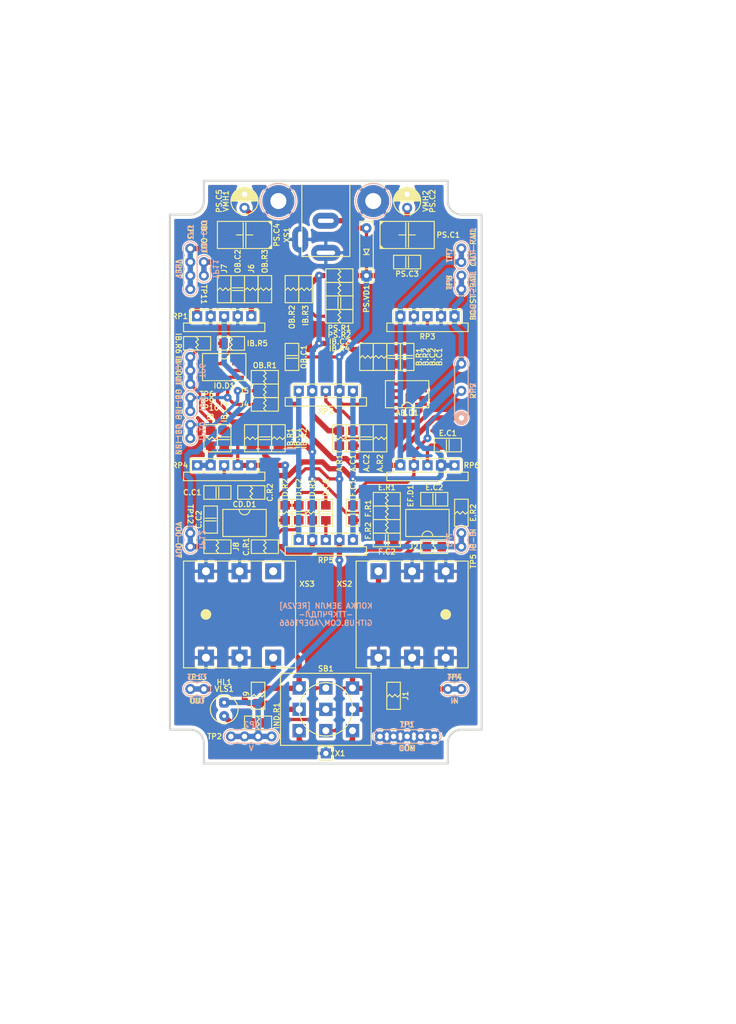
<source format=kicad_pcb>
(kicad_pcb (version 20171130) (host pcbnew 5.1.12-84ad8e8a86~92~ubuntu20.04.1)
  (title_block (title ТКП-1.36.A-3) (date 2024-11-30) (rev 2A) (company "Копка Земли [REV2A] Down-Tuned SM") (comment 1 http://github.com/Adept666) (comment 2 "Igor Ivanov (Игорь Иванов)") (comment 3 -ТТКРЧПДЛ-) (comment 4 "This project is licensed under GNU General Public License v3.0 or later"))
  (layers (0 F.Cu jumper) (31 B.Cu signal) (36 B.SilkS user) (37 F.SilkS user) (38 B.Mask user) (39 F.Mask user) (44 Edge.Cuts user))
  (net 0 "")
  (net 1 COM)
  (net 2 "Net-(HL1-PadC)")
  (net 3 /LED)
  (net 4 "Net-(SB1-PadNC1)")
  (net 5 V)
  (net 6 "Net-(XS3-PadTN)")
  (net 7 "Net-(A.C1-Pad2)")
  (net 8 "Net-(A.C1-Pad1)")
  (net 9 "Net-(A.C2-Pad2)")
  (net 10 VREF)
  (net 11 "Net-(A.R2-Pad2)")
  (net 12 "Net-(AB.D1-Pad6)")
  (net 13 "Net-(AB.D1-Pad5)")
  (net 14 "Net-(B.C1-Pad2)")
  (net 15 "Net-(B.C1-Pad1)")
  (net 16 "Net-(C.C1-Pad2)")
  (net 17 "Net-(C.C1-Pad1)")
  (net 18 "Net-(C.C2-Pad2)")
  (net 19 "Net-(C.R2-Pad2)")
  (net 20 "Net-(CD.D1-Pad6)")
  (net 21 "Net-(CD.D1-Pad5)")
  (net 22 "Net-(D.C1-Pad2)")
  (net 23 "Net-(D.C1-Pad1)")
  (net 24 "Net-(E.C1-Pad2)")
  (net 25 "Net-(E.C1-Pad1)")
  (net 26 "Net-(E.C2-Pad2)")
  (net 27 "Net-(IB.C1-Pad2)")
  (net 28 "Net-(IB.C2-Pad2)")
  (net 29 /CUT-RAIL)
  (net 30 "Net-(IB.R3-Pad2)")
  (net 31 "Net-(IB.R5-Pad2)")
  (net 32 "Net-(IO.D1-Pad7)")
  (net 33 /BOOST-RAIL)
  (net 34 "Net-(OB.C1-Pad2)")
  (net 35 "Net-(PS.VD1-PadA)")
  (net 36 "Net-(E.R2-Pad2)")
  (net 37 "Net-(EF.D1-Pad6)")
  (net 38 "Net-(EF.D1-Pad5)")
  (net 39 "Net-(F.C1-Pad2)")
  (net 40 "Net-(F.C1-Pad1)")
  (net 41 /IB-OUT)
  (net 42 /IB-IN)
  (net 43 /OB-OUT)
  (net 44 /CIR-IN)
  (net 45 /CIR-OUT)
  (net 46 /VOL-OUT)
  (net 47 /VOL-IN)
  (net 48 /VOL-COM)
  (net 49 /IN)
  (net 50 /OUT)
  (net 51 /OB-INP)
  (net 52 /OB-INN)
  (module SBEPL:ТКП-6.3.3.A2 (layer F.Cu) (at 105.41 148.59)
    (fp_text reference VE2 hide)
    (fp_text value ТКП-6.3.3.A2.B1.3-1.B1.D1 hide)
  )
  (module SBEL:ТКП-6.3.1.B1 (layer F.Cu) (at 105.41 148.59)
    (fp_text reference VE1 hide)
    (fp_text value ТКП-6.3.1.B1-1 hide)
  )
  (module KCL-TH-ML:CON-PAD-S-1.0-1.9 (layer F.Cu) (at 105.41 201.295)
    (fp_text reference X1 (at 1.5875 0) (layer F.SilkS) (effects (font (thickness 0.2)) (justify left)))
    (fp_text value X)
    (pad 1 thru_hole rect (at 0 0) (size 1.9 1.9) (drill 1) (layers *.Cu *.Mask) (net 1 COM))
  )
  (module KCL-VIRTUAL:VFM-1.0-3.0-SL (layer F.Cu) (at 82.55 195.58)
    (fp_text reference VFM2 hide)
    (fp_text value 1.0 hide)
    (pad "" smd circle (at 0 0) (size 1 1) (layers F.Cu F.Mask) (clearance 1.1))
  )
  (module KCL-VIRTUAL:VFM-1.0-3.0-SL (layer F.Cu) (at 128.27 195.58)
    (fp_text reference VFM3 hide)
    (fp_text value 1.0 hide)
    (pad "" smd circle (at 0 0) (size 1 1) (layers F.Cu F.Mask) (clearance 1.1))
  )
  (module KCL-VIRTUAL:VFM-1.0-3.0-SL (layer F.Cu) (at 128.27 101.6)
    (fp_text reference VFM1 hide)
    (fp_text value 1.0 hide)
    (pad "" smd circle (at 0 0) (size 1 1) (layers F.Cu F.Mask) (clearance 1.1))
  )
  (module SBKCL-TH-ML:CON-PJ-644C-IN-OR-OUT (layer F.Cu) (at 78.74 175.26 270)
    (fp_text reference XS3 (at -5.715 -21.59) (layer F.SilkS) (effects (font (thickness 0.2)) (justify left)))
    (fp_text value PJ-644C)
    (pad TN thru_hole rect (at -8.1 -16.8 270) (size 3 3) (drill 1.5) (layers *.Cu *.Mask) (net 6 "Net-(XS3-PadTN)"))
    (pad RN thru_hole rect (at -8.1 -10.5 270) (size 3 3) (drill 1.5) (layers *.Cu *.Mask) (net 1 COM))
    (pad SN thru_hole rect (at -8.1 -4.2 270) (size 3 3) (drill 1.5) (layers *.Cu *.Mask) (net 1 COM))
    (pad T thru_hole rect (at 8.1 -16.8 270) (size 3 3) (drill 1.5) (layers *.Cu *.Mask) (net 50 /OUT))
    (pad R thru_hole rect (at 8.1 -10.5 270) (size 3 3) (drill 1.5) (layers *.Cu *.Mask) (net 1 COM))
    (pad S thru_hole rect (at 8.1 -4.2 270) (size 3 3) (drill 1.5) (layers *.Cu *.Mask) (net 1 COM))
  )
  (module SBKCL-TH-ML:CON-PJ-644C-IN-OR-OUT (layer F.Cu) (at 132.08 175.26 90)
    (fp_text reference XS2 (at 5.715 -21.59 180) (layer F.SilkS) (effects (font (thickness 0.2)) (justify right)))
    (fp_text value PJ-644C)
    (pad TN thru_hole rect (at -8.1 -16.8 90) (size 3 3) (drill 1.5) (layers *.Cu *.Mask) (net 1 COM))
    (pad RN thru_hole rect (at -8.1 -10.5 90) (size 3 3) (drill 1.5) (layers *.Cu *.Mask) (net 1 COM))
    (pad SN thru_hole rect (at -8.1 -4.2 90) (size 3 3) (drill 1.5) (layers *.Cu *.Mask) (net 1 COM))
    (pad T thru_hole rect (at 8.1 -16.8 90) (size 3 3) (drill 1.5) (layers *.Cu *.Mask) (net 49 /IN))
    (pad R thru_hole rect (at 8.1 -10.5 90) (size 3 3) (drill 1.5) (layers *.Cu *.Mask) (net 1 COM))
    (pad S thru_hole rect (at 8.1 -4.2 90) (size 3 3) (drill 1.5) (layers *.Cu *.Mask) (net 1 COM))
  )
  (module KCL-TH-ML:TP-4-1.0-1.9 (layer F.Cu) (at 80.01 110.49 270)
    (fp_text reference TP3 (at -5.3975 0 270 unlocked) (layer F.SilkS) (effects (font (thickness 0.2)) (justify right)))
    (fp_text value VREF (at 0 2.2225 270 unlocked) (layer F.SilkS) (effects (font (thickness 0.2))))
    (fp_text user %V (at 0 2.2225 270 unlocked) (layer B.SilkS) (effects (font (thickness 0.2)) (justify mirror)))
    (fp_text user %R (at -5.3975 0 270 unlocked) (layer B.SilkS) (effects (font (thickness 0.2)) (justify left mirror)))
    (pad 1 thru_hole circle (at 3.81 0 270) (size 1.9 1.9) (drill 1) (layers *.Cu *.Mask) (net 10 VREF))
    (pad 1 thru_hole circle (at 1.27 0 270) (size 1.9 1.9) (drill 1) (layers *.Cu *.Mask) (net 10 VREF))
    (pad 1 thru_hole circle (at -1.27 0 270) (size 1.9 1.9) (drill 1) (layers *.Cu *.Mask) (net 10 VREF))
    (pad 1 thru_hole circle (at -3.81 0 270) (size 1.9 1.9) (drill 1) (layers *.Cu *.Mask) (net 10 VREF))
  )
  (module KCL-TH-ML:TP-2-1.0-1.9 (layer F.Cu) (at 82.55 110.49 270)
    (fp_text reference TP11 (at 2.8575 0 270 unlocked) (layer F.SilkS) (effects (font (thickness 0.2)) (justify left)))
    (fp_text value OB-OUT (at -2.8575 0 270 unlocked) (layer F.SilkS) (effects (font (thickness 0.2)) (justify right)))
    (fp_text user %R (at 0 -2.2225 270 unlocked) (layer B.SilkS) (effects (font (thickness 0.2)) (justify mirror)))
    (fp_text user %V (at -2.8575 0 270 unlocked) (layer B.SilkS) (effects (font (thickness 0.2)) (justify left mirror)))
    (pad 1 thru_hole circle (at -1.27 0 270) (size 1.9 1.9) (drill 1) (layers *.Cu *.Mask) (net 43 /OB-OUT))
    (pad 1 thru_hole circle (at 1.27 0 270) (size 1.9 1.9) (drill 1) (layers *.Cu *.Mask) (net 43 /OB-OUT))
  )
  (module KCL-TH-ML:TP-2-1.0-1.9 (layer F.Cu) (at 130.81 107.95 90)
    (fp_text reference TP7 (at 0 -2.2225 90 unlocked) (layer F.SilkS) (effects (font (thickness 0.2))))
    (fp_text value CUT-RAIL (at -2.2225 2.2225 90 unlocked) (layer F.SilkS) (effects (font (thickness 0.2)) (justify left)))
    (fp_text user %R (at 0 -2.2225 90 unlocked) (layer B.SilkS) (effects (font (thickness 0.2)) (justify mirror)))
    (fp_text user %V (at -2.2225 2.2225 90 unlocked) (layer B.SilkS) (effects (font (thickness 0.2)) (justify right mirror)))
    (pad 1 thru_hole circle (at -1.27 0 90) (size 1.9 1.9) (drill 1) (layers *.Cu *.Mask) (net 29 /CUT-RAIL))
    (pad 1 thru_hole circle (at 1.27 0 90) (size 1.9 1.9) (drill 1) (layers *.Cu *.Mask) (net 29 /CUT-RAIL))
  )
  (module KCL-TH-ML:TP-2-1.0-1.9 (layer F.Cu) (at 130.81 113.03 90)
    (fp_text reference TP8 (at 0 -2.2225 90 unlocked) (layer F.SilkS) (effects (font (thickness 0.2))))
    (fp_text value BOOST-RAIL (at 2.2225 2.2225 90 unlocked) (layer F.SilkS) (effects (font (thickness 0.2)) (justify right)))
    (fp_text user %R (at 0 -2.2225 90 unlocked) (layer B.SilkS) (effects (font (thickness 0.2)) (justify mirror)))
    (fp_text user %V (at 2.2225 2.2225 90 unlocked) (layer B.SilkS) (effects (font (thickness 0.2)) (justify left mirror)))
    (pad 1 thru_hole circle (at -1.27 0 90) (size 1.9 1.9) (drill 1) (layers *.Cu *.Mask) (net 33 /BOOST-RAIL))
    (pad 1 thru_hole circle (at 1.27 0 90) (size 1.9 1.9) (drill 1) (layers *.Cu *.Mask) (net 33 /BOOST-RAIL))
  )
  (module KCL-TH-ML:TP-3-1.0-1.9 (layer F.Cu) (at 80.01 129.54 270)
    (fp_text reference TP6 (at 4.445 -1.5875 unlocked) (layer F.SilkS) (effects (font (thickness 0.2)) (justify left)))
    (fp_text value IB-OUT (at 0 2.2225 270 unlocked) (layer F.SilkS) (effects (font (thickness 0.2))))
    (fp_text user %V (at 0 2.2225 270 unlocked) (layer B.SilkS) (effects (font (thickness 0.2)) (justify mirror)))
    (fp_text user %R (at 0 -2.2225 270 unlocked) (layer B.SilkS) (effects (font (thickness 0.2)) (justify mirror)))
    (pad 1 thru_hole circle (at 2.54 0 270) (size 1.9 1.9) (drill 1) (layers *.Cu *.Mask) (net 41 /IB-OUT))
    (pad 1 thru_hole circle (at 0 0 270) (size 1.9 1.9) (drill 1) (layers *.Cu *.Mask) (net 41 /IB-OUT))
    (pad 1 thru_hole circle (at -2.54 0 270) (size 1.9 1.9) (drill 1) (layers *.Cu *.Mask) (net 41 /IB-OUT))
  )
  (module KCL-TH-ML:TP-2-1.0-1.9 (layer F.Cu) (at 80.01 135.89 270)
    (fp_text reference TP9 (at -0.635 -1.5875 unlocked) (layer F.SilkS) (effects (font (thickness 0.2)) (justify left)))
    (fp_text value OB-INP (at 0 2.2225 270 unlocked) (layer F.SilkS) (effects (font (thickness 0.2))))
    (fp_text user %R (at 0 -2.2225 270 unlocked) (layer B.SilkS) (effects (font (thickness 0.2)) (justify mirror)))
    (fp_text user %V (at 0 2.2225 270 unlocked) (layer B.SilkS) (effects (font (thickness 0.2)) (justify mirror)))
    (pad 1 thru_hole circle (at -1.27 0 270) (size 1.9 1.9) (drill 1) (layers *.Cu *.Mask) (net 51 /OB-INP))
    (pad 1 thru_hole circle (at 1.27 0 270) (size 1.9 1.9) (drill 1) (layers *.Cu *.Mask) (net 51 /OB-INP))
  )
  (module KCL-TH-ML:TP-2-1.0-1.9 (layer F.Cu) (at 80.01 140.97 270)
    (fp_text reference TP10 (at -4.445 -1.5875 unlocked) (layer F.SilkS) (effects (font (thickness 0.2)) (justify left)))
    (fp_text value OB-INN (at -1.5875 2.2225 270 unlocked) (layer F.SilkS) (effects (font (thickness 0.2)) (justify left)))
    (fp_text user %R (at 0 -2.2225 270 unlocked) (layer B.SilkS) (effects (font (thickness 0.2)) (justify mirror)))
    (fp_text user %V (at -1.5875 2.2225 270 unlocked) (layer B.SilkS) (effects (font (thickness 0.2)) (justify right mirror)))
    (pad 1 thru_hole circle (at -1.27 0 270) (size 1.9 1.9) (drill 1) (layers *.Cu *.Mask) (net 52 /OB-INN))
    (pad 1 thru_hole circle (at 1.27 0 270) (size 1.9 1.9) (drill 1) (layers *.Cu *.Mask) (net 52 /OB-INN))
  )
  (module KCL-TH-ML:TP-2-1.0-1.9 (layer F.Cu) (at 80.01 161.29 270)
    (fp_text reference TP12 (at -2.8575 0 270 unlocked) (layer F.SilkS) (effects (font (thickness 0.2)) (justify right)))
    (fp_text value VOL-OUT (at 0 2.2225 270 unlocked) (layer F.SilkS) (effects (font (thickness 0.2))))
    (fp_text user %R (at 0 -2.2225 270 unlocked) (layer B.SilkS) (effects (font (thickness 0.2)) (justify mirror)))
    (fp_text user %V (at 0 2.2225 270 unlocked) (layer B.SilkS) (effects (font (thickness 0.2)) (justify mirror)))
    (pad 1 thru_hole circle (at -1.27 0 270) (size 1.9 1.9) (drill 1) (layers *.Cu *.Mask) (net 46 /VOL-OUT))
    (pad 1 thru_hole circle (at 1.27 0 270) (size 1.9 1.9) (drill 1) (layers *.Cu *.Mask) (net 46 /VOL-OUT))
  )
  (module KCL-TH-ML:TP-2-1.0-1.9 (layer F.Cu) (at 130.81 161.29 90)
    (fp_text reference TP5 (at -2.54 2.2225 90 unlocked) (layer F.SilkS) (effects (font (thickness 0.2)) (justify right)))
    (fp_text value IB-IN (at 0 2.2225 90 unlocked) (layer F.SilkS) (effects (font (thickness 0.2))))
    (fp_text user %R (at 0 -2.2225 90 unlocked) (layer B.SilkS) (effects (font (thickness 0.2)) (justify mirror)))
    (fp_text user %V (at 0 2.2225 90 unlocked) (layer B.SilkS) (effects (font (thickness 0.2)) (justify mirror)))
    (pad 1 thru_hole circle (at -1.27 0 90) (size 1.9 1.9) (drill 1) (layers *.Cu *.Mask) (net 42 /IB-IN))
    (pad 1 thru_hole circle (at 1.27 0 90) (size 1.9 1.9) (drill 1) (layers *.Cu *.Mask) (net 42 /IB-IN))
  )
  (module KCL-TH-ML:TP-2-1.0-1.9 (layer F.Cu) (at 81.28 189.23)
    (fp_text reference TP13 (at 0 -2.2225 unlocked) (layer F.SilkS) (effects (font (thickness 0.2))))
    (fp_text value OUT (at 0 2.2225 unlocked) (layer F.SilkS) (effects (font (thickness 0.2))))
    (fp_text user %R (at 0 -2.2225 unlocked) (layer B.SilkS) (effects (font (thickness 0.2)) (justify mirror)))
    (fp_text user %V (at 0 2.2225 unlocked) (layer B.SilkS) (effects (font (thickness 0.2)) (justify mirror)))
    (pad 1 thru_hole circle (at -1.27 0) (size 1.9 1.9) (drill 1) (layers *.Cu *.Mask) (net 50 /OUT))
    (pad 1 thru_hole circle (at 1.27 0) (size 1.9 1.9) (drill 1) (layers *.Cu *.Mask) (net 50 /OUT))
  )
  (module KCL-TH-ML:TP-2-1.0-1.9 (layer F.Cu) (at 129.54 189.23)
    (fp_text reference TP4 (at 0 -2.2225 unlocked) (layer F.SilkS) (effects (font (thickness 0.2))))
    (fp_text value IN (at 0 2.2225 unlocked) (layer F.SilkS) (effects (font (thickness 0.2))))
    (fp_text user %R (at 0 -2.2225 unlocked) (layer B.SilkS) (effects (font (thickness 0.2)) (justify mirror)))
    (fp_text user %V (at 0 2.2225 unlocked) (layer B.SilkS) (effects (font (thickness 0.2)) (justify mirror)))
    (pad 1 thru_hole circle (at -1.27 0) (size 1.9 1.9) (drill 1) (layers *.Cu *.Mask) (net 49 /IN))
    (pad 1 thru_hole circle (at 1.27 0) (size 1.9 1.9) (drill 1) (layers *.Cu *.Mask) (net 49 /IN))
  )
  (module KCL-TH-ML:TP-5-1.0-1.9 (layer F.Cu) (at 120.65 198.12)
    (fp_text reference TP1 (at 0 -2.2225 unlocked) (layer F.SilkS) (effects (font (thickness 0.2))))
    (fp_text value COM (at 0 2.2225 unlocked) (layer F.SilkS) (effects (font (thickness 0.2))))
    (fp_text user %V (at 0 2.2225 unlocked) (layer B.SilkS) (effects (font (thickness 0.2)) (justify mirror)))
    (fp_text user %R (at 0 -2.2225 unlocked) (layer B.SilkS) (effects (font (thickness 0.2)) (justify mirror)))
    (pad 1 thru_hole circle (at 5.08 0) (size 1.9 1.9) (drill 1) (layers *.Cu *.Mask) (net 1 COM))
    (pad 1 thru_hole circle (at 2.54 0) (size 1.9 1.9) (drill 1) (layers *.Cu *.Mask) (net 1 COM))
    (pad 1 thru_hole circle (at 0 0) (size 1.9 1.9) (drill 1) (layers *.Cu *.Mask) (net 1 COM))
    (pad 1 thru_hole circle (at -2.54 0) (size 1.9 1.9) (drill 1) (layers *.Cu *.Mask) (net 1 COM))
    (pad 1 thru_hole circle (at -5.08 0) (size 1.9 1.9) (drill 1) (layers *.Cu *.Mask) (net 1 COM))
  )
  (module KCL-TH-ML:TP-4-1.0-1.9 (layer F.Cu) (at 91.44 198.12)
    (fp_text reference TP2 (at -5.3975 0 unlocked) (layer F.SilkS) (effects (font (thickness 0.2)) (justify right)))
    (fp_text value V (at 0 2.2225 unlocked) (layer F.SilkS) (effects (font (thickness 0.2))))
    (fp_text user %V (at 0 2.2225 unlocked) (layer B.SilkS) (effects (font (thickness 0.2)) (justify mirror)))
    (fp_text user %R (at 0 -2.2225 unlocked) (layer B.SilkS) (effects (font (thickness 0.2)) (justify mirror)))
    (pad 1 thru_hole circle (at 3.81 0) (size 1.9 1.9) (drill 1) (layers *.Cu *.Mask) (net 5 V))
    (pad 1 thru_hole circle (at 1.27 0) (size 1.9 1.9) (drill 1) (layers *.Cu *.Mask) (net 5 V))
    (pad 1 thru_hole circle (at -1.27 0) (size 1.9 1.9) (drill 1) (layers *.Cu *.Mask) (net 5 V))
    (pad 1 thru_hole circle (at -3.81 0) (size 1.9 1.9) (drill 1) (layers *.Cu *.Mask) (net 5 V))
  )
  (module SBKCL-TH-ML:RP-EXTERNAL (layer F.Cu) (at 130.81 133.35 90)
    (fp_text reference RP7 (at 0 2.2225 90 unlocked) (layer F.SilkS) (effects (font (thickness 0.2))))
    (fp_text value X)
    (fp_text user %R (at 0 2.2225 90 unlocked) (layer B.SilkS) (effects (font (thickness 0.2)) (justify mirror)))
    (pad 2 thru_hole circle (at 0 0 90) (size 1.9 1.9) (drill 1) (layers *.Cu *.Mask) (net 40 "Net-(F.C1-Pad1)"))
    (pad 1 thru_hole circle (at -5.08 0 90) (size 1.9 1.9) (drill 1) (layers *.Cu *.Mask) (net 29 /CUT-RAIL))
    (pad 3 thru_hole circle (at 5.08 0 90) (size 1.9 1.9) (drill 1) (layers *.Cu *.Mask) (net 33 /BOOST-RAIL))
  )
  (module SBKCL-TH-ML:CON-DC-005-9V-OVAL (layer F.Cu) (at 105.41 93.98 180)
    (fp_text reference XS1 (at 7.3025 -10.16 270) (layer F.SilkS) (effects (font (thickness 0.2))))
    (fp_text value DC-005)
    (pad C thru_hole oval (at 0 -13.5 180) (size 5.5 3) (drill oval 3.5 0.8) (layers *.Cu *.Mask) (net 1 COM))
    (pad SN thru_hole oval (at 4.8 -11 180) (size 3 5) (drill oval 0.8 3) (layers *.Cu *.Mask) (net 1 COM))
    (pad S thru_hole oval (at 0 -7.5 180) (size 5 3) (drill oval 3 0.8) (layers *.Cu *.Mask) (net 35 "Net-(PS.VD1-PadA)"))
  )
  (module KCL-VIRTUAL:VLS-BR (layer F.Cu) (at 86.36 193.04)
    (fp_text reference VLS1 (at 0 -3.81) (layer F.SilkS) (effects (font (thickness 0.2))))
    (fp_text value BR-17.8)
  )
  (module KCL-SM:R-SM-1206 (layer F.Cu) (at 92.71 195.58 180)
    (fp_text reference IND.R1 (at -3.4925 -1.27 270) (layer F.SilkS) (effects (font (thickness 0.2)) (justify left)))
    (fp_text value 103)
    (pad 1 smd rect (at -1.4 0 180) (size 1.6 1.8) (layers F.Cu F.Mask) (net 3 /LED))
    (pad 2 smd rect (at 1.4 0 180) (size 1.6 1.8) (layers F.Cu F.Mask) (net 2 "Net-(HL1-PadC)"))
  )
  (module SBKCL-TH-ML:RPB-18-1x17-1.6-PNL-7.2 (layer F.Cu) (at 86.36 108.15)
    (fp_text reference RP1 (at -6.6675 11.23) (layer F.SilkS) (effects (font (thickness 0.2)) (justify right)))
    (fp_text value B50K)
    (pad 1 thru_hole rect (at -5.08 11.23) (size 1.9 1.9) (drill 1) (layers *.Cu *.Mask) (net 48 /VOL-COM))
    (pad NC1 thru_hole rect (at -2.54 11.23) (size 1.9 1.9) (drill 1) (layers *.Cu *.Mask) (net 1 COM))
    (pad 2 thru_hole rect (at 0 11.23) (size 1.9 1.9) (drill 1) (layers *.Cu *.Mask) (net 46 /VOL-OUT))
    (pad NC2 thru_hole rect (at 2.54 11.23) (size 1.9 1.9) (drill 1) (layers *.Cu *.Mask) (net 1 COM))
    (pad 3 thru_hole rect (at 5.08 11.23) (size 1.9 1.9) (drill 1) (layers *.Cu *.Mask) (net 47 /VOL-IN))
  )
  (module SBKCL-TH-ML:RPB-18-1x17-1.6-PNL-7.2 (layer F.Cu) (at 105.41 122.12)
    (fp_text reference RP2 (at 0 15.04) (layer F.SilkS) (effects (font (thickness 0.2))))
    (fp_text value B50K)
    (pad 3 thru_hole rect (at 5.08 11.23) (size 1.9 1.9) (drill 1) (layers *.Cu *.Mask) (net 33 /BOOST-RAIL))
    (pad NC2 thru_hole rect (at 2.54 11.23) (size 1.9 1.9) (drill 1) (layers *.Cu *.Mask) (net 5 V))
    (pad 2 thru_hole rect (at 0 11.23) (size 1.9 1.9) (drill 1) (layers *.Cu *.Mask) (net 8 "Net-(A.C1-Pad1)"))
    (pad NC1 thru_hole rect (at -2.54 11.23) (size 1.9 1.9) (drill 1) (layers *.Cu *.Mask) (net 10 VREF))
    (pad 1 thru_hole rect (at -5.08 11.23) (size 1.9 1.9) (drill 1) (layers *.Cu *.Mask) (net 29 /CUT-RAIL))
  )
  (module SBKCL-TH-ML:RPB-18-1x17-1.6-PNL-7.2 (layer F.Cu) (at 124.46 108.15)
    (fp_text reference RP3 (at 0 15.04) (layer F.SilkS) (effects (font (thickness 0.2))))
    (fp_text value B50K)
    (pad 3 thru_hole rect (at 5.08 11.23) (size 1.9 1.9) (drill 1) (layers *.Cu *.Mask) (net 33 /BOOST-RAIL))
    (pad NC2 thru_hole rect (at 2.54 11.23) (size 1.9 1.9) (drill 1) (layers *.Cu *.Mask) (net 1 COM))
    (pad 2 thru_hole rect (at 0 11.23) (size 1.9 1.9) (drill 1) (layers *.Cu *.Mask) (net 15 "Net-(B.C1-Pad1)"))
    (pad NC1 thru_hole rect (at -2.54 11.23) (size 1.9 1.9) (drill 1) (layers *.Cu *.Mask) (net 1 COM))
    (pad 1 thru_hole rect (at -5.08 11.23) (size 1.9 1.9) (drill 1) (layers *.Cu *.Mask) (net 29 /CUT-RAIL))
  )
  (module SBKCL-TH-ML:RPB-18-1x17-1.6-PNL-7.2 (layer F.Cu) (at 86.36 136.09)
    (fp_text reference RP4 (at -6.6675 11.23) (layer F.SilkS) (effects (font (thickness 0.2)) (justify right)))
    (fp_text value B50K)
    (pad 3 thru_hole rect (at 5.08 11.23) (size 1.9 1.9) (drill 1) (layers *.Cu *.Mask) (net 33 /BOOST-RAIL))
    (pad NC2 thru_hole rect (at 2.54 11.23) (size 1.9 1.9) (drill 1) (layers *.Cu *.Mask) (net 33 /BOOST-RAIL))
    (pad 2 thru_hole rect (at 0 11.23) (size 1.9 1.9) (drill 1) (layers *.Cu *.Mask) (net 17 "Net-(C.C1-Pad1)"))
    (pad NC1 thru_hole rect (at -2.54 11.23) (size 1.9 1.9) (drill 1) (layers *.Cu *.Mask) (net 29 /CUT-RAIL))
    (pad 1 thru_hole rect (at -5.08 11.23) (size 1.9 1.9) (drill 1) (layers *.Cu *.Mask) (net 29 /CUT-RAIL))
  )
  (module SBKCL-TH-ML:RPB-18-1x17-1.6-PNL-7.2 (layer F.Cu) (at 105.41 150.06)
    (fp_text reference RP5 (at 0 15.04) (layer F.SilkS) (effects (font (thickness 0.2))))
    (fp_text value B50K)
    (pad 3 thru_hole rect (at 5.08 11.23) (size 1.9 1.9) (drill 1) (layers *.Cu *.Mask) (net 33 /BOOST-RAIL))
    (pad NC2 thru_hole rect (at 2.54 11.23) (size 1.9 1.9) (drill 1) (layers *.Cu *.Mask) (net 5 V))
    (pad 2 thru_hole rect (at 0 11.23) (size 1.9 1.9) (drill 1) (layers *.Cu *.Mask) (net 23 "Net-(D.C1-Pad1)"))
    (pad NC1 thru_hole rect (at -2.54 11.23) (size 1.9 1.9) (drill 1) (layers *.Cu *.Mask) (net 10 VREF))
    (pad 1 thru_hole rect (at -5.08 11.23) (size 1.9 1.9) (drill 1) (layers *.Cu *.Mask) (net 29 /CUT-RAIL))
  )
  (module SBKCL-TH-ML:RPB-18-1x17-1.6-PNL-7.2 (layer F.Cu) (at 124.46 136.09)
    (fp_text reference RP6 (at 6.6675 11.23) (layer F.SilkS) (effects (font (thickness 0.2)) (justify left)))
    (fp_text value B50K)
    (pad 3 thru_hole rect (at 5.08 11.23) (size 1.9 1.9) (drill 1) (layers *.Cu *.Mask) (net 33 /BOOST-RAIL))
    (pad NC2 thru_hole rect (at 2.54 11.23) (size 1.9 1.9) (drill 1) (layers *.Cu *.Mask) (net 33 /BOOST-RAIL))
    (pad 2 thru_hole rect (at 0 11.23) (size 1.9 1.9) (drill 1) (layers *.Cu *.Mask) (net 25 "Net-(E.C1-Pad1)"))
    (pad NC1 thru_hole rect (at -2.54 11.23) (size 1.9 1.9) (drill 1) (layers *.Cu *.Mask) (net 40 "Net-(F.C1-Pad1)"))
    (pad 1 thru_hole rect (at -5.08 11.23) (size 1.9 1.9) (drill 1) (layers *.Cu *.Mask) (net 29 /CUT-RAIL))
  )
  (module KCL-TH-ML:SW-PBS-24-302SP-2.5-PNL-12.0 (layer F.Cu) (at 105.41 193.04)
    (fp_text reference SB1 (at 0 -7.62) (layer F.SilkS) (effects (font (thickness 0.2))))
    (fp_text value PBS-24-302SP)
    (pad COM3 thru_hole rect (at 5 0) (size 2.5 2.5) (drill 1.3) (layers *.Cu *.Mask) (net 49 /IN))
    (pad NC3 thru_hole rect (at 5 4) (size 2.5 2.5) (drill 1.3) (layers *.Cu *.Mask) (net 4 "Net-(SB1-PadNC1)"))
    (pad NO3 thru_hole rect (at 5 -4) (size 2.5 2.5) (drill 1.3) (layers *.Cu *.Mask) (net 44 /CIR-IN))
    (pad COM2 thru_hole rect (at 0 0) (size 2.5 2.5) (drill 1.3) (layers *.Cu *.Mask) (net 1 COM))
    (pad NC2 thru_hole rect (at 0 4) (size 2.5 2.5) (drill 1.3) (layers *.Cu *.Mask) (net 44 /CIR-IN))
    (pad NO2 thru_hole rect (at 0 -4) (size 2.5 2.5) (drill 1.3) (layers *.Cu *.Mask) (net 3 /LED))
    (pad NO1 thru_hole rect (at -5 -4) (size 2.5 2.5) (drill 1.3) (layers *.Cu *.Mask) (net 45 /CIR-OUT))
    (pad COM1 thru_hole rect (at -5 0) (size 2.5 2.5) (drill 1.3) (layers *.Cu *.Mask) (net 50 /OUT))
    (pad NC1 thru_hole rect (at -5 4) (size 2.5 2.5) (drill 1.3) (layers *.Cu *.Mask) (net 4 "Net-(SB1-PadNC1)"))
  )
  (module KCL-TH-ML:LED-ROUND-05.0-UNI-SH-SPACER-PNL-5.3 (layer F.Cu) (at 86.36 193.04 90)
    (fp_text reference HL1 (at 5.08 0 180) (layer F.SilkS) (effects (font (thickness 0.2))))
    (fp_text value FYL-5013UWC)
    (pad C thru_hole circle (at -1.27 0 90) (size 1.9 1.9) (drill 0.7) (layers *.Cu *.Mask) (net 2 "Net-(HL1-PadC)"))
    (pad A thru_hole roundrect (at 1.27 0 90) (size 1.9 1.9) (drill 0.7) (layers *.Cu *.Mask) (roundrect_rratio 0.3) (net 5 V))
  )
  (module KCL-TH-ML:VMH-STA-DA5-PNL-3.0 (layer F.Cu) (at 96.52 97.79)
    (fp_text reference VMH1 (at -9.8425 0 90) (layer F.SilkS) (effects (font (thickness 0.2))))
    (fp_text value DI5M3x20)
    (pad 0 thru_hole circle (at 0 0) (size 6 6) (drill 3) (layers *.Cu *.Mask) (net 1 COM))
  )
  (module KCL-TH-ML:VMH-STA-DA5-PNL-3.0 (layer F.Cu) (at 114.3 97.79)
    (fp_text reference VMH2 (at 9.8425 0 90) (layer F.SilkS) (effects (font (thickness 0.2))))
    (fp_text value DI5M3x20)
    (pad 0 thru_hole circle (at 0 0) (size 6 6) (drill 3) (layers *.Cu *.Mask) (net 1 COM))
  )
  (module KCL-SM:C-SM-1206 (layer F.Cu) (at 110.49 142.24 270)
    (fp_text reference A.C1 (at 2.8575 0 270) (layer F.SilkS) (effects (font (thickness 0.2)) (justify right)))
    (fp_text value 225)
    (pad 2 smd rect (at 1.4 0 270) (size 1.6 1.8) (layers F.Cu F.Mask) (net 7 "Net-(A.C1-Pad2)"))
    (pad 1 smd rect (at -1.4 0 270) (size 1.6 1.8) (layers F.Cu F.Mask) (net 8 "Net-(A.C1-Pad1)"))
  )
  (module KCL-SM:C-SM-1206 (layer F.Cu) (at 113.03 142.24 90)
    (fp_text reference A.C2 (at -2.8575 0 90) (layer F.SilkS) (effects (font (thickness 0.2)) (justify right)))
    (fp_text value 473)
    (pad 1 smd rect (at -1.4 0 90) (size 1.6 1.8) (layers F.Cu F.Mask) (net 7 "Net-(A.C1-Pad2)"))
    (pad 2 smd rect (at 1.4 0 90) (size 1.6 1.8) (layers F.Cu F.Mask) (net 9 "Net-(A.C2-Pad2)"))
  )
  (module KCL-SM:R-SM-1206 (layer F.Cu) (at 107.95 142.24 270)
    (fp_text reference A.R1 (at 2.8575 0 270) (layer F.SilkS) (effects (font (thickness 0.2)) (justify right)))
    (fp_text value 124)
    (pad 2 smd rect (at 1.4 0 270) (size 1.6 1.8) (layers F.Cu F.Mask) (net 9 "Net-(A.C2-Pad2)"))
    (pad 1 smd rect (at -1.4 0 270) (size 1.6 1.8) (layers F.Cu F.Mask) (net 10 VREF))
  )
  (module KCL-SM:R-SM-1206 (layer F.Cu) (at 115.57 142.24 90)
    (fp_text reference A.R2 (at -2.8575 0 90) (layer F.SilkS) (effects (font (thickness 0.2)) (justify right)))
    (fp_text value 471)
    (pad 1 smd rect (at -1.4 0 90) (size 1.6 1.8) (layers F.Cu F.Mask) (net 7 "Net-(A.C1-Pad2)"))
    (pad 2 smd rect (at 1.4 0 90) (size 1.6 1.8) (layers F.Cu F.Mask) (net 11 "Net-(A.R2-Pad2)"))
  )
  (module KCL-SM:P-SO-08 (layer F.Cu) (at 120.65 133.985 180)
    (fp_text reference AB.D1 (at 0 -3.4925) (layer F.SilkS) (effects (font (thickness 0.2))))
    (fp_text value 4558)
    (pad 8 smd rect (at 2.6 -1.905 180) (size 2.2 0.6) (layers F.Cu F.Mask) (net 5 V))
    (pad 7 smd rect (at 2.6 -0.635 180) (size 2.2 0.6) (layers F.Cu F.Mask) (net 12 "Net-(AB.D1-Pad6)"))
    (pad 6 smd rect (at 2.6 0.635 180) (size 2.2 0.6) (layers F.Cu F.Mask) (net 12 "Net-(AB.D1-Pad6)"))
    (pad 5 smd rect (at 2.6 1.905 180) (size 2.2 0.6) (layers F.Cu F.Mask) (net 13 "Net-(AB.D1-Pad5)"))
    (pad 4 smd rect (at -2.6 1.905 180) (size 2.2 0.6) (layers F.Cu F.Mask) (net 1 COM))
    (pad 3 smd rect (at -2.6 0.635 180) (size 2.2 0.6) (layers F.Cu F.Mask) (net 9 "Net-(A.C2-Pad2)"))
    (pad 2 smd rect (at -2.6 -0.635 180) (size 2.2 0.6) (layers F.Cu F.Mask) (net 11 "Net-(A.R2-Pad2)"))
    (pad 1 smd rect (at -2.6 -1.905 180) (size 2.2 0.6) (layers F.Cu F.Mask) (net 11 "Net-(A.R2-Pad2)"))
  )
  (module KCL-SM:C-SM-1206 (layer F.Cu) (at 120.65 127 90)
    (fp_text reference B.C1 (at 0 6.0325 90) (layer F.SilkS) (effects (font (thickness 0.2))))
    (fp_text value 105)
    (pad 2 smd rect (at 1.4 0 90) (size 1.6 1.8) (layers F.Cu F.Mask) (net 14 "Net-(B.C1-Pad2)"))
    (pad 1 smd rect (at -1.4 0 90) (size 1.6 1.8) (layers F.Cu F.Mask) (net 15 "Net-(B.C1-Pad1)"))
  )
  (module KCL-SM:C-SM-1206 (layer F.Cu) (at 118.11 127 270)
    (fp_text reference B.C2 (at 0 -7.3025 270) (layer F.SilkS) (effects (font (thickness 0.2))))
    (fp_text value 333)
    (pad 1 smd rect (at -1.4 0 270) (size 1.6 1.8) (layers F.Cu F.Mask) (net 14 "Net-(B.C1-Pad2)"))
    (pad 2 smd rect (at 1.4 0 270) (size 1.6 1.8) (layers F.Cu F.Mask) (net 13 "Net-(AB.D1-Pad5)"))
  )
  (module KCL-SM:R-SM-1206 (layer F.Cu) (at 113.03 127 270)
    (fp_text reference B.R1 (at 0 -9.8425 270) (layer F.SilkS) (effects (font (thickness 0.2))))
    (fp_text value 104)
    (pad 2 smd rect (at 1.4 0 270) (size 1.6 1.8) (layers F.Cu F.Mask) (net 13 "Net-(AB.D1-Pad5)"))
    (pad 1 smd rect (at -1.4 0 270) (size 1.6 1.8) (layers F.Cu F.Mask) (net 10 VREF))
  )
  (module KCL-SM:R-SM-1206 (layer F.Cu) (at 115.57 127 270)
    (fp_text reference B.R2 (at 0 -8.5725 270) (layer F.SilkS) (effects (font (thickness 0.2))))
    (fp_text value 471)
    (pad 2 smd rect (at 1.4 0 270) (size 1.6 1.8) (layers F.Cu F.Mask) (net 12 "Net-(AB.D1-Pad6)"))
    (pad 1 smd rect (at -1.4 0 270) (size 1.6 1.8) (layers F.Cu F.Mask) (net 14 "Net-(B.C1-Pad2)"))
  )
  (module KCL-SM:C-SM-1206 (layer F.Cu) (at 85.09 152.4)
    (fp_text reference C.C1 (at -2.8575 0) (layer F.SilkS) (effects (font (thickness 0.2)) (justify right)))
    (fp_text value 154)
    (pad 2 smd rect (at 1.4 0) (size 1.6 1.8) (layers F.Cu F.Mask) (net 16 "Net-(C.C1-Pad2)"))
    (pad 1 smd rect (at -1.4 0) (size 1.6 1.8) (layers F.Cu F.Mask) (net 17 "Net-(C.C1-Pad1)"))
  )
  (module KCL-SM:C-SM-1206 (layer F.Cu) (at 83.82 157.48 270)
    (fp_text reference C.C2 (at 0 2.2225 270) (layer F.SilkS) (effects (font (thickness 0.2))))
    (fp_text value 682)
    (pad 1 smd rect (at -1.4 0 270) (size 1.6 1.8) (layers F.Cu F.Mask) (net 16 "Net-(C.C1-Pad2)"))
    (pad 2 smd rect (at 1.4 0 270) (size 1.6 1.8) (layers F.Cu F.Mask) (net 18 "Net-(C.C2-Pad2)"))
  )
  (module KCL-SM:R-SM-1206 (layer F.Cu) (at 93.98 162.56 180)
    (fp_text reference C.R1 (at 3.4925 0 270) (layer F.SilkS) (effects (font (thickness 0.2))))
    (fp_text value 104)
    (pad 2 smd rect (at 1.4 0 180) (size 1.6 1.8) (layers F.Cu F.Mask) (net 18 "Net-(C.C2-Pad2)"))
    (pad 1 smd rect (at -1.4 0 180) (size 1.6 1.8) (layers F.Cu F.Mask) (net 10 VREF))
  )
  (module KCL-SM:R-SM-1206 (layer F.Cu) (at 91.44 152.4)
    (fp_text reference C.R2 (at 3.4925 0 90) (layer F.SilkS) (effects (font (thickness 0.2))))
    (fp_text value 102)
    (pad 2 smd rect (at 1.4 0) (size 1.6 1.8) (layers F.Cu F.Mask) (net 19 "Net-(C.R2-Pad2)"))
    (pad 1 smd rect (at -1.4 0) (size 1.6 1.8) (layers F.Cu F.Mask) (net 16 "Net-(C.C1-Pad2)"))
  )
  (module KCL-SM:P-SO-08 (layer F.Cu) (at 90.17 158.115)
    (fp_text reference CD.D1 (at 0 -3.4925) (layer F.SilkS) (effects (font (thickness 0.2))))
    (fp_text value 4558)
    (pad 8 smd rect (at 2.6 -1.905) (size 2.2 0.6) (layers F.Cu F.Mask) (net 5 V))
    (pad 7 smd rect (at 2.6 -0.635) (size 2.2 0.6) (layers F.Cu F.Mask) (net 20 "Net-(CD.D1-Pad6)"))
    (pad 6 smd rect (at 2.6 0.635) (size 2.2 0.6) (layers F.Cu F.Mask) (net 20 "Net-(CD.D1-Pad6)"))
    (pad 5 smd rect (at 2.6 1.905) (size 2.2 0.6) (layers F.Cu F.Mask) (net 21 "Net-(CD.D1-Pad5)"))
    (pad 4 smd rect (at -2.6 1.905) (size 2.2 0.6) (layers F.Cu F.Mask) (net 1 COM))
    (pad 3 smd rect (at -2.6 0.635) (size 2.2 0.6) (layers F.Cu F.Mask) (net 18 "Net-(C.C2-Pad2)"))
    (pad 2 smd rect (at -2.6 -0.635) (size 2.2 0.6) (layers F.Cu F.Mask) (net 19 "Net-(C.R2-Pad2)"))
    (pad 1 smd rect (at -2.6 -1.905) (size 2.2 0.6) (layers F.Cu F.Mask) (net 19 "Net-(C.R2-Pad2)"))
  )
  (module KCL-SM:C-SM-1206 (layer F.Cu) (at 105.41 156.21 90)
    (fp_text reference D.C1 (at 2.8575 0 90) (layer F.SilkS) (effects (font (thickness 0.2)) (justify left)))
    (fp_text value 683)
    (pad 2 smd rect (at 1.4 0 90) (size 1.6 1.8) (layers F.Cu F.Mask) (net 22 "Net-(D.C1-Pad2)"))
    (pad 1 smd rect (at -1.4 0 90) (size 1.6 1.8) (layers F.Cu F.Mask) (net 23 "Net-(D.C1-Pad1)"))
  )
  (module KCL-SM:C-SM-1206 (layer F.Cu) (at 100.33 156.21 270)
    (fp_text reference D.C2 (at -2.8575 0 270) (layer F.SilkS) (effects (font (thickness 0.2)) (justify left)))
    (fp_text value 332)
    (pad 2 smd rect (at 1.4 0 270) (size 1.6 1.8) (layers F.Cu F.Mask) (net 21 "Net-(CD.D1-Pad5)"))
    (pad 1 smd rect (at -1.4 0 270) (size 1.6 1.8) (layers F.Cu F.Mask) (net 22 "Net-(D.C1-Pad2)"))
  )
  (module KCL-SM:R-SM-1206 (layer F.Cu) (at 102.87 156.21 90)
    (fp_text reference D.R1 (at 2.8575 0 90) (layer F.SilkS) (effects (font (thickness 0.2)) (justify left)))
    (fp_text value 104)
    (pad 2 smd rect (at 1.4 0 90) (size 1.6 1.8) (layers F.Cu F.Mask) (net 21 "Net-(CD.D1-Pad5)"))
    (pad 1 smd rect (at -1.4 0 90) (size 1.6 1.8) (layers F.Cu F.Mask) (net 10 VREF))
  )
  (module KCL-SM:R-SM-1206 (layer F.Cu) (at 97.79 156.21 270)
    (fp_text reference D.R2 (at -2.8575 0 270) (layer F.SilkS) (effects (font (thickness 0.2)) (justify left)))
    (fp_text value 102)
    (pad 2 smd rect (at 1.4 0 270) (size 1.6 1.8) (layers F.Cu F.Mask) (net 20 "Net-(CD.D1-Pad6)"))
    (pad 1 smd rect (at -1.4 0 270) (size 1.6 1.8) (layers F.Cu F.Mask) (net 22 "Net-(D.C1-Pad2)"))
  )
  (module KCL-SM:C-SM-1206 (layer F.Cu) (at 128.27 143.51)
    (fp_text reference E.C1 (at 0 -2.2225) (layer F.SilkS) (effects (font (thickness 0.2))))
    (fp_text value 223)
    (pad 2 smd rect (at 1.4 0) (size 1.6 1.8) (layers F.Cu F.Mask) (net 24 "Net-(E.C1-Pad2)"))
    (pad 1 smd rect (at -1.4 0) (size 1.6 1.8) (layers F.Cu F.Mask) (net 25 "Net-(E.C1-Pad1)"))
  )
  (module KCL-SM:C-SM-1206 (layer F.Cu) (at 125.73 153.67 180)
    (fp_text reference E.C2 (at 0 2.2225 180) (layer F.SilkS) (effects (font (thickness 0.2))))
    (fp_text value 681)
    (pad 1 smd rect (at -1.4 0 180) (size 1.6 1.8) (layers F.Cu F.Mask) (net 24 "Net-(E.C1-Pad2)"))
    (pad 2 smd rect (at 1.4 0 180) (size 1.6 1.8) (layers F.Cu F.Mask) (net 26 "Net-(E.C2-Pad2)"))
  )
  (module KCL-SM:P-SO-08 (layer F.Cu) (at 124.46 158.115 180)
    (fp_text reference EF.D1 (at 3.175 2.8575 270) (layer F.SilkS) (effects (font (thickness 0.2)) (justify left)))
    (fp_text value 4558)
    (pad 8 smd rect (at 2.6 -1.905 180) (size 2.2 0.6) (layers F.Cu F.Mask) (net 5 V))
    (pad 7 smd rect (at 2.6 -0.635 180) (size 2.2 0.6) (layers F.Cu F.Mask) (net 37 "Net-(EF.D1-Pad6)"))
    (pad 6 smd rect (at 2.6 0.635 180) (size 2.2 0.6) (layers F.Cu F.Mask) (net 37 "Net-(EF.D1-Pad6)"))
    (pad 5 smd rect (at 2.6 1.905 180) (size 2.2 0.6) (layers F.Cu F.Mask) (net 38 "Net-(EF.D1-Pad5)"))
    (pad 4 smd rect (at -2.6 1.905 180) (size 2.2 0.6) (layers F.Cu F.Mask) (net 1 COM))
    (pad 3 smd rect (at -2.6 0.635 180) (size 2.2 0.6) (layers F.Cu F.Mask) (net 26 "Net-(E.C2-Pad2)"))
    (pad 2 smd rect (at -2.6 -0.635 180) (size 2.2 0.6) (layers F.Cu F.Mask) (net 36 "Net-(E.R2-Pad2)"))
    (pad 1 smd rect (at -2.6 -1.905 180) (size 2.2 0.6) (layers F.Cu F.Mask) (net 36 "Net-(E.R2-Pad2)"))
  )
  (module KCL-SM:R-SM-1206 (layer F.Cu) (at 116.84 153.67)
    (fp_text reference E.R1 (at 0 -2.2225) (layer F.SilkS) (effects (font (thickness 0.2))))
    (fp_text value 104)
    (pad 2 smd rect (at 1.4 0) (size 1.6 1.8) (layers F.Cu F.Mask) (net 26 "Net-(E.C2-Pad2)"))
    (pad 1 smd rect (at -1.4 0) (size 1.6 1.8) (layers F.Cu F.Mask) (net 10 VREF))
  )
  (module KCL-SM:R-SM-1206 (layer F.Cu) (at 130.81 156.21 270)
    (fp_text reference E.R2 (at 0 -2.2225 270) (layer F.SilkS) (effects (font (thickness 0.2))))
    (fp_text value 102)
    (pad 2 smd rect (at 1.4 0 270) (size 1.6 1.8) (layers F.Cu F.Mask) (net 36 "Net-(E.R2-Pad2)"))
    (pad 1 smd rect (at -1.4 0 270) (size 1.6 1.8) (layers F.Cu F.Mask) (net 24 "Net-(E.C1-Pad2)"))
  )
  (module KCL-SM:C-SM-1206 (layer F.Cu) (at 93.98 142.24 90)
    (fp_text reference IB.C1 (at 0 6.0325 90) (layer F.SilkS) (effects (font (thickness 0.2))))
    (fp_text value 103)
    (pad 2 smd rect (at 1.4 0 90) (size 1.6 1.8) (layers F.Cu F.Mask) (net 27 "Net-(IB.C1-Pad2)"))
    (pad 1 smd rect (at -1.4 0 90) (size 1.6 1.8) (layers F.Cu F.Mask) (net 42 /IB-IN))
  )
  (module KCL-SM:C-SM-1206 (layer F.Cu) (at 107.95 116.84)
    (fp_text reference IB.C2 (at 0 7.3025) (layer F.SilkS) (effects (font (thickness 0.2))))
    (fp_text value 103)
    (pad 2 smd rect (at 1.4 0) (size 1.6 1.8) (layers F.Cu F.Mask) (net 28 "Net-(IB.C2-Pad2)"))
    (pad 1 smd rect (at -1.4 0) (size 1.6 1.8) (layers F.Cu F.Mask) (net 10 VREF))
  )
  (module KCL-SM:C-SM-1206 (layer F.Cu) (at 86.36 142.24 270)
    (fp_text reference IB.C3 (at -2.8575 0 270) (layer F.SilkS) (effects (font (thickness 0.2)) (justify left)))
    (fp_text value 151)
    (pad 2 smd rect (at 1.4 0 270) (size 1.6 1.8) (layers F.Cu F.Mask) (net 1 COM))
    (pad 1 smd rect (at -1.4 0 270) (size 1.6 1.8) (layers F.Cu F.Mask) (net 41 /IB-OUT))
  )
  (module KCL-SM:R-SM-1206 (layer F.Cu) (at 91.44 142.24 270)
    (fp_text reference IB.R1 (at 0 -7.3025 270) (layer F.SilkS) (effects (font (thickness 0.2))))
    (fp_text value 225)
    (pad 2 smd rect (at 1.4 0 270) (size 1.6 1.8) (layers F.Cu F.Mask) (net 42 /IB-IN))
    (pad 1 smd rect (at -1.4 0 270) (size 1.6 1.8) (layers F.Cu F.Mask) (net 1 COM))
  )
  (module KCL-SM:R-SM-1206 (layer F.Cu) (at 96.52 142.24 90)
    (fp_text reference IB.R2 (at 0 4.7625 90) (layer F.SilkS) (effects (font (thickness 0.2))))
    (fp_text value 474)
    (pad 2 smd rect (at 1.4 0 90) (size 1.6 1.8) (layers F.Cu F.Mask) (net 27 "Net-(IB.C1-Pad2)"))
    (pad 1 smd rect (at -1.4 0 90) (size 1.6 1.8) (layers F.Cu F.Mask) (net 10 VREF))
  )
  (module KCL-SM:R-SM-1206 (layer F.Cu) (at 101.6 114.3 270)
    (fp_text reference IB.R3 (at 2.8575 0 270) (layer F.SilkS) (effects (font (thickness 0.2)) (justify right)))
    (fp_text value 103)
    (pad 1 smd rect (at -1.4 0 270) (size 1.6 1.8) (layers F.Cu F.Mask) (net 10 VREF))
    (pad 2 smd rect (at 1.4 0 270) (size 1.6 1.8) (layers F.Cu F.Mask) (net 30 "Net-(IB.R3-Pad2)"))
  )
  (module KCL-SM:R-SM-1206 (layer F.Cu) (at 107.95 119.38 180)
    (fp_text reference IB.R4 (at 0 -6.0325 180) (layer F.SilkS) (effects (font (thickness 0.2))))
    (fp_text value 102)
    (pad 2 smd rect (at 1.4 0 180) (size 1.6 1.8) (layers F.Cu F.Mask) (net 30 "Net-(IB.R3-Pad2)"))
    (pad 1 smd rect (at -1.4 0 180) (size 1.6 1.8) (layers F.Cu F.Mask) (net 28 "Net-(IB.C2-Pad2)"))
  )
  (module KCL-SM:R-SM-1206 (layer F.Cu) (at 87.63 124.46 180)
    (fp_text reference IB.R5 (at -2.8575 0 180) (layer F.SilkS) (effects (font (thickness 0.2)) (justify left)))
    (fp_text value 103)
    (pad 2 smd rect (at 1.4 0 180) (size 1.6 1.8) (layers F.Cu F.Mask) (net 31 "Net-(IB.R5-Pad2)"))
    (pad 1 smd rect (at -1.4 0 180) (size 1.6 1.8) (layers F.Cu F.Mask) (net 30 "Net-(IB.R3-Pad2)"))
  )
  (module KCL-SM:R-SM-1206 (layer F.Cu) (at 81.28 124.46 180)
    (fp_text reference IB.R6 (at 3.4925 0 270 unlocked) (layer F.SilkS) (effects (font (thickness 0.2))))
    (fp_text value 103)
    (pad 1 smd rect (at -1.4 0 180) (size 1.6 1.8) (layers F.Cu F.Mask) (net 31 "Net-(IB.R5-Pad2)"))
    (pad 2 smd rect (at 1.4 0 180) (size 1.6 1.8) (layers F.Cu F.Mask) (net 41 /IB-OUT))
  )
  (module KCL-SM:P-SO-08 (layer F.Cu) (at 86.36 128.905)
    (fp_text reference IO.D1 (at 0 3.4925) (layer F.SilkS) (effects (font (thickness 0.2))))
    (fp_text value 4558)
    (pad 8 smd rect (at 2.6 -1.905) (size 2.2 0.6) (layers F.Cu F.Mask) (net 5 V))
    (pad 7 smd rect (at 2.6 -0.635) (size 2.2 0.6) (layers F.Cu F.Mask) (net 32 "Net-(IO.D1-Pad7)"))
    (pad 6 smd rect (at 2.6 0.635) (size 2.2 0.6) (layers F.Cu F.Mask) (net 52 /OB-INN))
    (pad 5 smd rect (at 2.6 1.905) (size 2.2 0.6) (layers F.Cu F.Mask) (net 51 /OB-INP))
    (pad 4 smd rect (at -2.6 1.905) (size 2.2 0.6) (layers F.Cu F.Mask) (net 1 COM))
    (pad 3 smd rect (at -2.6 0.635) (size 2.2 0.6) (layers F.Cu F.Mask) (net 27 "Net-(IB.C1-Pad2)"))
    (pad 2 smd rect (at -2.6 -0.635) (size 2.2 0.6) (layers F.Cu F.Mask) (net 30 "Net-(IB.R3-Pad2)"))
    (pad 1 smd rect (at -2.6 -1.905) (size 2.2 0.6) (layers F.Cu F.Mask) (net 31 "Net-(IB.R5-Pad2)"))
  )
  (module KCL-SM:C-SM-1206 (layer F.Cu) (at 99.06 127 90)
    (fp_text reference OB.C1 (at 0 2.2225 90) (layer F.SilkS) (effects (font (thickness 0.2))))
    (fp_text value 105)
    (pad 2 smd rect (at 1.4 0 90) (size 1.6 1.8) (layers F.Cu F.Mask) (net 34 "Net-(OB.C1-Pad2)"))
    (pad 1 smd rect (at -1.4 0 90) (size 1.6 1.8) (layers F.Cu F.Mask) (net 32 "Net-(IO.D1-Pad7)"))
  )
  (module KCL-SM:C-SM-1206 (layer F.Cu) (at 88.9 114.3 270)
    (fp_text reference OB.C2 (at -2.8575 0 270) (layer F.SilkS) (effects (font (thickness 0.2)) (justify left)))
    (fp_text value 103)
    (pad 2 smd rect (at 1.4 0 270) (size 1.6 1.8) (layers F.Cu F.Mask) (net 1 COM))
    (pad 1 smd rect (at -1.4 0 270) (size 1.6 1.8) (layers F.Cu F.Mask) (net 43 /OB-OUT))
  )
  (module KCL-SM:R-SM-1206 (layer F.Cu) (at 93.98 130.81)
    (fp_text reference OB.R1 (at 0 -2.2225) (layer F.SilkS) (effects (font (thickness 0.2))))
    (fp_text value 103)
    (pad 1 smd rect (at -1.4 0) (size 1.6 1.8) (layers F.Cu F.Mask) (net 52 /OB-INN))
    (pad 2 smd rect (at 1.4 0) (size 1.6 1.8) (layers F.Cu F.Mask) (net 32 "Net-(IO.D1-Pad7)"))
  )
  (module KCL-SM:R-SM-1206 (layer F.Cu) (at 99.06 114.3 90)
    (fp_text reference OB.R2 (at -2.8575 0 90) (layer F.SilkS) (effects (font (thickness 0.2)) (justify right)))
    (fp_text value 103)
    (pad 2 smd rect (at 1.4 0 90) (size 1.6 1.8) (layers F.Cu F.Mask) (net 43 /OB-OUT))
    (pad 1 smd rect (at -1.4 0 90) (size 1.6 1.8) (layers F.Cu F.Mask) (net 34 "Net-(OB.C1-Pad2)"))
  )
  (module KCL-SM:R-SM-1206 (layer F.Cu) (at 93.98 114.3 90)
    (fp_text reference OB.R3 (at 2.8575 0 90) (layer F.SilkS) (effects (font (thickness 0.2)) (justify left)))
    (fp_text value 103)
    (pad 2 smd rect (at 1.4 0 90) (size 1.6 1.8) (layers F.Cu F.Mask) (net 43 /OB-OUT))
    (pad 1 smd rect (at -1.4 0 90) (size 1.6 1.8) (layers F.Cu F.Mask) (net 1 COM))
  )
  (module KCL-SM:CP-CTSMD-D (layer F.Cu) (at 120.65 104.14)
    (fp_text reference PS.C1 (at 5.3975 0) (layer F.SilkS) (effects (font (thickness 0.2)) (justify left)))
    (fp_text value 107)
    (pad + smd rect (at -3.2 0) (size 2.6 2.4) (layers F.Cu F.Mask) (net 5 V))
    (pad - smd rect (at 3.2 0) (size 2.6 2.4) (layers F.Cu F.Mask) (net 1 COM))
  )
  (module KCL-SM:C-SM-1206 (layer F.Cu) (at 120.65 109.22)
    (fp_text reference PS.C3 (at 0 2.2225) (layer F.SilkS) (effects (font (thickness 0.2))))
    (fp_text value 104)
    (pad 2 smd rect (at 1.4 0) (size 1.6 1.8) (layers F.Cu F.Mask) (net 1 COM))
    (pad 1 smd rect (at -1.4 0) (size 1.6 1.8) (layers F.Cu F.Mask) (net 5 V))
  )
  (module KCL-SM:CP-CTSMD-D (layer F.Cu) (at 90.17 104.14 180)
    (fp_text reference PS.C4 (at -6.0325 0 270) (layer F.SilkS) (effects (font (thickness 0.2))))
    (fp_text value 476)
    (pad + smd rect (at -3.2 0 180) (size 2.6 2.4) (layers F.Cu F.Mask) (net 10 VREF))
    (pad - smd rect (at 3.2 0 180) (size 2.6 2.4) (layers F.Cu F.Mask) (net 1 COM))
  )
  (module KCL-SM:R-SM-1206 (layer F.Cu) (at 107.95 111.76)
    (fp_text reference PS.R1 (at 0 9.8425) (layer F.SilkS) (effects (font (thickness 0.2))))
    (fp_text value 473)
    (pad 2 smd rect (at 1.4 0) (size 1.6 1.8) (layers F.Cu F.Mask) (net 5 V))
    (pad 1 smd rect (at -1.4 0) (size 1.6 1.8) (layers F.Cu F.Mask) (net 10 VREF))
  )
  (module KCL-SM:R-SM-1206 (layer F.Cu) (at 107.95 114.3 180)
    (fp_text reference PS.R2 (at 0 -8.5725 180) (layer F.SilkS) (effects (font (thickness 0.2))))
    (fp_text value 473)
    (pad 2 smd rect (at 1.4 0 180) (size 1.6 1.8) (layers F.Cu F.Mask) (net 10 VREF))
    (pad 1 smd rect (at -1.4 0 180) (size 1.6 1.8) (layers F.Cu F.Mask) (net 1 COM))
  )
  (module KCL-SM:C-SM-1206 (layer F.Cu) (at 110.49 156.21 270)
    (fp_text reference F.C1 (at -2.8575 0 270) (layer F.SilkS) (effects (font (thickness 0.2)) (justify left)))
    (fp_text value X)
    (pad 2 smd rect (at 1.4 0 270) (size 1.6 1.8) (layers F.Cu F.Mask) (net 39 "Net-(F.C1-Pad2)"))
    (pad 1 smd rect (at -1.4 0 270) (size 1.6 1.8) (layers F.Cu F.Mask) (net 40 "Net-(F.C1-Pad1)"))
  )
  (module KCL-SM:C-SM-1206 (layer F.Cu) (at 116.84 161.29)
    (fp_text reference F.C2 (at 0 2.2225) (layer F.SilkS) (effects (font (thickness 0.2))))
    (fp_text value X)
    (pad 2 smd rect (at 1.4 0) (size 1.6 1.8) (layers F.Cu F.Mask) (net 38 "Net-(EF.D1-Pad5)"))
    (pad 1 smd rect (at -1.4 0) (size 1.6 1.8) (layers F.Cu F.Mask) (net 39 "Net-(F.C1-Pad2)"))
  )
  (module KCL-SM:R-SM-1206 (layer F.Cu) (at 116.84 156.21)
    (fp_text reference F.R1 (at -3.4925 0.9525 90) (layer F.SilkS) (effects (font (thickness 0.2)) (justify left)))
    (fp_text value X)
    (pad 2 smd rect (at 1.4 0) (size 1.6 1.8) (layers F.Cu F.Mask) (net 38 "Net-(EF.D1-Pad5)"))
    (pad 1 smd rect (at -1.4 0) (size 1.6 1.8) (layers F.Cu F.Mask) (net 10 VREF))
  )
  (module KCL-SM:R-SM-1206 (layer F.Cu) (at 116.84 158.75)
    (fp_text reference F.R2 (at -3.4925 -0.9525 90) (layer F.SilkS) (effects (font (thickness 0.2)) (justify right)))
    (fp_text value X)
    (pad 2 smd rect (at 1.4 0) (size 1.6 1.8) (layers F.Cu F.Mask) (net 37 "Net-(EF.D1-Pad6)"))
    (pad 1 smd rect (at -1.4 0) (size 1.6 1.8) (layers F.Cu F.Mask) (net 39 "Net-(F.C1-Pad2)"))
  )
  (module KCL-SM:R-SM-1206 (layer F.Cu) (at 118.11 190.5 90)
    (fp_text reference J1 (at 0 2.2225 90) (layer F.SilkS) (effects (font (thickness 0.2))))
    (fp_text value X)
    (pad 2 smd rect (at 1.4 0 90) (size 1.6 1.8) (layers F.Cu F.Mask) (net 44 /CIR-IN))
    (pad 1 smd rect (at -1.4 0 90) (size 1.6 1.8) (layers F.Cu F.Mask) (net 49 /IN))
  )
  (module KCL-SM:R-SM-1206 (layer F.Cu) (at 92.71 190.5 270)
    (fp_text reference J9 (at 0 2.2225 270) (layer F.SilkS) (effects (font (thickness 0.2))))
    (fp_text value X)
    (pad 2 smd rect (at 1.4 0 270) (size 1.6 1.8) (layers F.Cu F.Mask) (net 50 /OUT))
    (pad 1 smd rect (at -1.4 0 270) (size 1.6 1.8) (layers F.Cu F.Mask) (net 45 /CIR-OUT))
  )
  (module KCL-SM:R-SM-1206 (layer F.Cu) (at 83.82 142.24 270)
    (fp_text reference J3 (at -2.8575 0 270) (layer F.SilkS) (effects (font (thickness 0.2)) (justify left)))
    (fp_text value 0)
    (pad 2 smd rect (at 1.4 0 270) (size 1.6 1.8) (layers F.Cu F.Mask) (net 29 /CUT-RAIL))
    (pad 1 smd rect (at -1.4 0 270) (size 1.6 1.8) (layers F.Cu F.Mask) (net 41 /IB-OUT))
  )
  (module KCL-SM:R-SM-1206 (layer F.Cu) (at 93.98 135.89 180)
    (fp_text reference J4 (at 2.8575 0 180) (layer F.SilkS) (effects (font (thickness 0.2)) (justify right)))
    (fp_text value 0)
    (pad 2 smd rect (at 1.4 0 180) (size 1.6 1.8) (layers F.Cu F.Mask) (net 51 /OB-INP))
    (pad 1 smd rect (at -1.4 0 180) (size 1.6 1.8) (layers F.Cu F.Mask) (net 29 /CUT-RAIL))
  )
  (module KCL-SM:R-SM-1206 (layer F.Cu) (at 93.98 133.35 180)
    (fp_text reference J5 (at 2.8575 0 180) (layer F.SilkS) (effects (font (thickness 0.2)) (justify right)))
    (fp_text value 0)
    (pad 2 smd rect (at 1.4 0 180) (size 1.6 1.8) (layers F.Cu F.Mask) (net 52 /OB-INN))
    (pad 1 smd rect (at -1.4 0 180) (size 1.6 1.8) (layers F.Cu F.Mask) (net 33 /BOOST-RAIL))
  )
  (module KCL-TH-ML:CP-RADIAL-D05.0-P02.0-CLS (layer F.Cu) (at 120.65 97.79 90)
    (fp_text reference PS.C2 (at 0 4.7625 90) (layer F.SilkS) (effects (font (thickness 0.2))))
    (fp_text value 107)
    (pad - thru_hole roundrect (at 1.27 0 90) (size 1.9 1.9) (drill 1) (layers *.Cu *.Mask) (roundrect_rratio 0.3) (net 1 COM))
    (pad + thru_hole circle (at -1.27 0 90) (size 1.9 1.9) (drill 1) (layers *.Cu *.Mask) (net 5 V))
  )
  (module KCL-TH-ML:CP-RADIAL-D05.0-P02.0-CLS (layer F.Cu) (at 90.17 97.79 90)
    (fp_text reference PS.C5 (at 0 -4.7625 90) (layer F.SilkS) (effects (font (thickness 0.2))))
    (fp_text value 476)
    (pad - thru_hole roundrect (at 1.27 0 90) (size 1.9 1.9) (drill 1) (layers *.Cu *.Mask) (roundrect_rratio 0.3) (net 1 COM))
    (pad + thru_hole circle (at -1.27 0 90) (size 1.9 1.9) (drill 1) (layers *.Cu *.Mask) (net 10 VREF))
  )
  (module KCL-SM:R-SM-1206 (layer F.Cu) (at 125.73 162.56)
    (fp_text reference J2 (at -2.8575 0) (layer F.SilkS) (effects (font (thickness 0.2)) (justify right)))
    (fp_text value 0)
    (pad 2 smd rect (at 1.4 0) (size 1.6 1.8) (layers F.Cu F.Mask) (net 42 /IB-IN))
    (pad 1 smd rect (at -1.4 0) (size 1.6 1.8) (layers F.Cu F.Mask) (net 44 /CIR-IN))
  )
  (module KCL-SM:R-SM-1206 (layer F.Cu) (at 85.09 162.56)
    (fp_text reference J8 (at 3.4925 0 90) (layer F.SilkS) (effects (font (thickness 0.2))))
    (fp_text value 0)
    (pad 2 smd rect (at 1.4 0) (size 1.6 1.8) (layers F.Cu F.Mask) (net 45 /CIR-OUT))
    (pad 1 smd rect (at -1.4 0) (size 1.6 1.8) (layers F.Cu F.Mask) (net 46 /VOL-OUT))
  )
  (module KCL-SM:R-SM-1206 (layer F.Cu) (at 91.44 114.3 270)
    (fp_text reference J6 (at -2.8575 0 270) (layer F.SilkS) (effects (font (thickness 0.2)) (justify left)))
    (fp_text value 0)
    (pad 2 smd rect (at 1.4 0 270) (size 1.6 1.8) (layers F.Cu F.Mask) (net 47 /VOL-IN))
    (pad 1 smd rect (at -1.4 0 270) (size 1.6 1.8) (layers F.Cu F.Mask) (net 43 /OB-OUT))
  )
  (module KCL-SM:R-SM-1206 (layer F.Cu) (at 86.36 114.3 270)
    (fp_text reference J7 (at -2.8575 0 270) (layer F.SilkS) (effects (font (thickness 0.2)) (justify left)))
    (fp_text value 0)
    (pad 2 smd rect (at 1.4 0 270) (size 1.6 1.8) (layers F.Cu F.Mask) (net 1 COM))
    (pad 1 smd rect (at -1.4 0 270) (size 1.6 1.8) (layers F.Cu F.Mask) (net 48 /VOL-COM))
  )
  (module SBKCL-TH-ML:P-SOD-123-OR-DO-41 (layer F.Cu) (at 113.03 107.315 270)
    (fp_text reference PS.VD1 (at 6.0325 0 270) (layer F.SilkS) (effects (font (thickness 0.2)) (justify right)))
    (fp_text value 0520)
    (pad C thru_hole rect (at 4.445 0 270) (size 1.9 1.9) (drill 0.9) (layers *.Cu *.Mask) (net 5 V))
    (pad A thru_hole circle (at -4.445 0 270) (size 1.9 1.9) (drill 0.9) (layers *.Cu *.Mask) (net 35 "Net-(PS.VD1-PadA)"))
    (pad C smd rect (at 1.7 0 270) (size 1.6 0.8) (layers F.Cu F.Mask) (net 5 V))
    (pad A smd rect (at -1.7 0 270) (size 1.6 0.8) (layers F.Cu F.Mask) (net 35 "Net-(PS.VD1-PadA)"))
  )
  (gr_arc (start 80.01 97.79) (end 80.01 100.33) (angle -90) (layer Edge.Cuts) (width 0.4))
  (gr_arc (start 130.81 97.79) (end 128.27 97.79) (angle -90) (layer Edge.Cuts) (width 0.4))
  (gr_arc (start 80.01 199.39) (end 82.55 199.39) (angle -90) (layer Edge.Cuts) (width 0.4))
  (gr_arc (start 130.81 199.39) (end 130.81 196.85) (angle -90) (layer Edge.Cuts) (width 0.4))
  (gr_line (start 128.27 199.39) (end 128.27 203.2) (layer Edge.Cuts) (width 0.4))
  (gr_line (start 82.55 199.39) (end 82.55 203.2) (layer Edge.Cuts) (width 0.4))
  (gr_line (start 130.81 196.85) (end 134.62 196.85) (layer Edge.Cuts) (width 0.4))
  (gr_line (start 76.2 196.85) (end 80.01 196.85) (layer Edge.Cuts) (width 0.4))
  (gr_line (start 128.27 93.98) (end 128.27 97.79) (layer Edge.Cuts) (width 0.4))
  (gr_line (start 82.55 93.98) (end 82.55 97.79) (layer Edge.Cuts) (width 0.4))
  (gr_line (start 130.81 100.33) (end 134.62 100.33) (layer Edge.Cuts) (width 0.4))
  (gr_line (start 76.2 100.33) (end 80.01 100.33) (layer Edge.Cuts) (width 0.4))
  (gr_text "КОПКА ЗЕМЛИ [REV2A]\n-ТТКРЧПДЛ-\nGITHUB.COM/ADEPT666" (at 105.41 175.26) (layer B.SilkS) (effects (font (size 1 1) (thickness 0.2)) (justify mirror)))
  (gr_line (start 134.62 100.33) (end 134.62 196.85) (layer Edge.Cuts) (width 0.4))
  (gr_line (start 76.2 100.33) (end 76.2 196.85) (layer Edge.Cuts) (width 0.4))
  (gr_line (start 82.55 203.2) (end 128.27 203.2) (layer Edge.Cuts) (width 0.4))
  (gr_line (start 82.55 93.98) (end 128.27 93.98) (layer Edge.Cuts) (width 0.4))
  (segment (start 127.06 156.21) (end 132.715 156.21) (width 0.6) (layer F.Cu) (net 1))
  (segment (start 86.36 143.64) (end 86.36 142.24) (width 0.6) (layer F.Cu) (net 1))
  (segment (start 86.36 142.24) (end 88.265 142.24) (width 0.6) (layer F.Cu) (net 1))
  (segment (start 81.915 142.24) (end 86.36 142.24) (width 0.6) (layer F.Cu) (net 1))
  (segment (start 87.57 160.02) (end 87.57 160.595) (width 0.6) (layer F.Cu) (net 1))
  (segment (start 87.57 160.595) (end 88.265 161.29) (width 0.6) (layer F.Cu) (net 1))
  (segment (start 91.31 195.58) (end 87.63 195.58) (width 1) (layer F.Cu) (net 2))
  (segment (start 87.63 195.58) (end 86.36 194.31) (width 1) (layer F.Cu) (net 2))
  (segment (start 98.425 194.945) (end 102.235 194.945) (width 0.6) (layer F.Cu) (net 3))
  (segment (start 97.79 195.58) (end 98.425 194.945) (width 0.6) (layer F.Cu) (net 3))
  (segment (start 94.11 195.58) (end 97.79 195.58) (width 0.6) (layer F.Cu) (net 3))
  (segment (start 102.235 194.945) (end 102.87 194.31) (width 0.6) (layer F.Cu) (net 3))
  (segment (start 102.87 194.31) (end 102.87 189.865) (width 0.6) (layer F.Cu) (net 3))
  (segment (start 103.695 189.04) (end 102.87 189.865) (width 0.6) (layer F.Cu) (net 3))
  (segment (start 105.41 189.04) (end 103.695 189.04) (width 0.6) (layer F.Cu) (net 3))
  (segment (start 100.41 197.04) (end 100.41 198.835) (width 1) (layer F.Cu) (net 4))
  (segment (start 100.41 198.835) (end 100.965 199.39) (width 1) (layer F.Cu) (net 4))
  (segment (start 110.41 197.04) (end 110.41 198.835) (width 1) (layer F.Cu) (net 4))
  (segment (start 110.41 198.835) (end 109.855 199.39) (width 1) (layer F.Cu) (net 4))
  (segment (start 100.965 199.39) (end 109.855 199.39) (width 1) (layer F.Cu) (net 4))
  (via (at 107.95 149.86) (size 1.5) (drill 0.5) (layers F.Cu B.Cu) (net 5))
  (via (at 107.95 127) (size 1.5) (drill 0.5) (layers F.Cu B.Cu) (net 5))
  (segment (start 87.63 198.12) (end 90.17 198.12) (width 1) (layer B.Cu) (net 5))
  (segment (start 90.17 198.12) (end 92.71 198.12) (width 1) (layer B.Cu) (net 5))
  (segment (start 92.71 198.12) (end 95.25 198.12) (width 1) (layer B.Cu) (net 5))
  (segment (start 87.63 198.12) (end 90.17 198.12) (width 1) (layer F.Cu) (net 5))
  (segment (start 90.17 198.12) (end 92.71 198.12) (width 1) (layer F.Cu) (net 5))
  (segment (start 92.71 198.12) (end 95.25 198.12) (width 1) (layer F.Cu) (net 5))
  (segment (start 86.36 191.77) (end 92.71 191.77) (width 1) (layer B.Cu) (net 5))
  (segment (start 92.71 191.77) (end 92.71 198.12) (width 1) (layer B.Cu) (net 5))
  (via (at 107.95 165.1) (size 1.5) (drill 0.5) (layers F.Cu B.Cu) (net 5))
  (segment (start 107.95 165.1) (end 107.95 176.53) (width 1) (layer B.Cu) (net 5))
  (segment (start 92.71 191.77) (end 107.95 176.53) (width 1) (layer B.Cu) (net 5))
  (segment (start 107.95 161.29) (end 107.95 163.195) (width 1) (layer F.Cu) (net 5))
  (segment (start 107.95 163.195) (end 107.95 165.1) (width 1) (layer F.Cu) (net 5))
  (segment (start 113.03 109.015) (end 113.03 111.76) (width 0.6) (layer F.Cu) (net 5))
  (segment (start 109.35 111.76) (end 113.03 111.76) (width 1) (layer F.Cu) (net 5))
  (segment (start 119.25 109.22) (end 117.475 109.22) (width 1) (layer F.Cu) (net 5))
  (segment (start 117.475 109.22) (end 114.935 111.76) (width 1) (layer F.Cu) (net 5))
  (segment (start 113.03 111.76) (end 114.935 111.76) (width 1) (layer F.Cu) (net 5))
  (segment (start 119.25 109.22) (end 119.25 107.445) (width 1) (layer F.Cu) (net 5))
  (segment (start 119.25 107.445) (end 120.65 106.045) (width 1) (layer F.Cu) (net 5))
  (segment (start 117.45 104.14) (end 120.65 104.14) (width 1) (layer F.Cu) (net 5))
  (segment (start 120.65 104.14) (end 120.65 106.045) (width 1) (layer F.Cu) (net 5))
  (segment (start 120.65 99.06) (end 120.65 104.14) (width 1) (layer F.Cu) (net 5))
  (segment (start 88.96 127) (end 107.95 127) (width 0.6) (layer F.Cu) (net 5))
  (segment (start 107.95 133.35) (end 107.95 135.255) (width 0.6) (layer F.Cu) (net 5))
  (segment (start 108.585 135.89) (end 107.95 135.255) (width 0.6) (layer F.Cu) (net 5))
  (segment (start 118.05 135.89) (end 108.585 135.89) (width 0.6) (layer F.Cu) (net 5))
  (segment (start 113.03 121.92) (end 107.95 127) (width 1) (layer B.Cu) (net 5))
  (segment (start 113.03 111.76) (end 113.03 121.92) (width 1) (layer B.Cu) (net 5))
  (segment (start 107.95 127) (end 107.95 133.35) (width 1) (layer B.Cu) (net 5))
  (segment (start 107.95 133.35) (end 107.95 149.86) (width 1) (layer B.Cu) (net 5))
  (segment (start 107.95 149.86) (end 107.95 161.29) (width 1) (layer B.Cu) (net 5))
  (segment (start 119.38 163.195) (end 107.95 163.195) (width 0.6) (layer F.Cu) (net 5))
  (segment (start 121.86 160.715) (end 119.38 163.195) (width 0.6) (layer F.Cu) (net 5))
  (segment (start 121.86 160.02) (end 121.86 160.715) (width 0.6) (layer F.Cu) (net 5))
  (segment (start 92.77 156.21) (end 94.615 156.21) (width 0.6) (layer F.Cu) (net 5))
  (segment (start 94.615 156.21) (end 95.25 155.575) (width 0.6) (layer F.Cu) (net 5))
  (segment (start 95.25 155.575) (end 95.25 154.305) (width 0.6) (layer F.Cu) (net 5))
  (segment (start 95.25 154.305) (end 101.6 147.955) (width 0.6) (layer F.Cu) (net 5))
  (segment (start 104.14 147.955) (end 106.045 149.86) (width 0.6) (layer F.Cu) (net 5))
  (segment (start 101.6 147.955) (end 104.14 147.955) (width 0.6) (layer F.Cu) (net 5))
  (segment (start 106.045 149.86) (end 107.95 149.86) (width 0.6) (layer F.Cu) (net 5))
  (segment (start 113.03 143.64) (end 115.57 143.64) (width 0.6) (layer F.Cu) (net 7))
  (segment (start 110.49 143.64) (end 113.03 143.64) (width 0.6) (layer F.Cu) (net 7))
  (segment (start 105.41 133.35) (end 105.41 135.255) (width 0.6) (layer F.Cu) (net 8))
  (segment (start 110.49 140.84) (end 110.49 139.065) (width 0.6) (layer F.Cu) (net 8))
  (segment (start 110.49 139.065) (end 108.585 137.16) (width 0.6) (layer F.Cu) (net 8))
  (segment (start 105.41 135.255) (end 107.315 137.16) (width 0.6) (layer F.Cu) (net 8))
  (segment (start 107.315 137.16) (end 108.585 137.16) (width 0.6) (layer F.Cu) (net 8))
  (segment (start 123.25 133.35) (end 121.285 133.35) (width 0.6) (layer F.Cu) (net 9))
  (segment (start 121.285 133.35) (end 120.65 133.985) (width 0.6) (layer F.Cu) (net 9))
  (segment (start 119.38 137.16) (end 120.65 135.89) (width 0.6) (layer F.Cu) (net 9))
  (segment (start 120.65 133.985) (end 120.65 135.89) (width 0.6) (layer F.Cu) (net 9))
  (segment (start 113.03 139.065) (end 114.935 137.16) (width 0.6) (layer F.Cu) (net 9))
  (segment (start 119.38 137.16) (end 114.935 137.16) (width 0.6) (layer F.Cu) (net 9))
  (segment (start 113.03 140.84) (end 113.03 139.065) (width 0.6) (layer F.Cu) (net 9))
  (segment (start 107.95 143.64) (end 107.95 142.24) (width 0.6) (layer F.Cu) (net 9))
  (segment (start 113.03 140.84) (end 113.03 142.24) (width 0.6) (layer F.Cu) (net 9))
  (segment (start 107.95 142.24) (end 113.03 142.24) (width 0.6) (layer F.Cu) (net 9))
  (segment (start 106.55 114.3) (end 106.55 116.84) (width 1) (layer F.Cu) (net 10))
  (via (at 102.87 144.78) (size 1.5) (drill 0.5) (layers F.Cu B.Cu) (net 10))
  (via (at 102.87 149.86) (size 1.5) (drill 0.5) (layers F.Cu B.Cu) (net 10))
  (via (at 104.14 124.46) (size 1.5) (drill 0.5) (layers F.Cu B.Cu) (net 10))
  (via (at 104.14 111.76) (size 1.5) (drill 0.5) (layers F.Cu B.Cu) (net 10))
  (segment (start 80.01 106.68) (end 93.37 106.68) (width 1) (layer F.Cu) (net 10))
  (segment (start 93.37 104.14) (end 93.37 102.26) (width 1) (layer F.Cu) (net 10))
  (segment (start 93.37 102.26) (end 90.17 99.06) (width 1) (layer F.Cu) (net 10))
  (segment (start 93.37 104.14) (end 93.37 106.68) (width 1) (layer F.Cu) (net 10))
  (segment (start 103 112.9) (end 104.14 111.76) (width 1) (layer F.Cu) (net 10))
  (segment (start 101.6 112.9) (end 103 112.9) (width 1) (layer F.Cu) (net 10))
  (segment (start 80.01 106.68) (end 80.01 109.22) (width 1) (layer B.Cu) (net 10))
  (segment (start 80.01 109.22) (end 80.01 111.76) (width 1) (layer B.Cu) (net 10))
  (segment (start 80.01 111.76) (end 80.01 114.3) (width 1) (layer B.Cu) (net 10))
  (segment (start 80.01 106.68) (end 80.01 109.22) (width 1) (layer F.Cu) (net 10))
  (segment (start 80.01 109.22) (end 80.01 111.76) (width 1) (layer F.Cu) (net 10))
  (segment (start 80.01 111.76) (end 80.01 114.3) (width 1) (layer F.Cu) (net 10))
  (segment (start 101.6 112.9) (end 101.6 111.125) (width 1) (layer F.Cu) (net 10))
  (segment (start 101.6 111.125) (end 97.155 106.68) (width 1) (layer F.Cu) (net 10))
  (segment (start 93.37 106.68) (end 97.155 106.68) (width 1) (layer F.Cu) (net 10))
  (segment (start 104.14 111.76) (end 106.55 111.76) (width 1) (layer F.Cu) (net 10))
  (segment (start 106.55 111.76) (end 106.55 114.3) (width 1) (layer F.Cu) (net 10))
  (segment (start 107.95 140.84) (end 105.915 140.84) (width 1) (layer F.Cu) (net 10))
  (segment (start 105.915 140.84) (end 102.87 137.795) (width 1) (layer F.Cu) (net 10))
  (segment (start 102.87 133.35) (end 102.87 137.795) (width 1) (layer F.Cu) (net 10))
  (segment (start 101.73 143.64) (end 102.87 144.78) (width 1) (layer F.Cu) (net 10))
  (segment (start 96.52 143.64) (end 101.73 143.64) (width 1) (layer F.Cu) (net 10))
  (segment (start 110.36 125.6) (end 113.03 125.6) (width 1) (layer F.Cu) (net 10))
  (segment (start 109.22 124.46) (end 110.36 125.6) (width 1) (layer F.Cu) (net 10))
  (segment (start 104.14 124.46) (end 109.22 124.46) (width 1) (layer F.Cu) (net 10))
  (segment (start 104.14 111.76) (end 104.14 124.46) (width 1) (layer B.Cu) (net 10))
  (segment (start 102.87 125.73) (end 102.87 133.35) (width 1) (layer B.Cu) (net 10))
  (segment (start 104.14 124.46) (end 102.87 125.73) (width 1) (layer B.Cu) (net 10))
  (segment (start 102.87 133.35) (end 102.87 144.78) (width 1) (layer B.Cu) (net 10))
  (segment (start 115.44 153.67) (end 115.44 156.21) (width 1) (layer F.Cu) (net 10))
  (segment (start 107.95 154.94) (end 109.22 156.21) (width 0.6) (layer F.Cu) (net 10))
  (segment (start 109.22 156.21) (end 115.44 156.21) (width 0.6) (layer F.Cu) (net 10))
  (segment (start 107.95 153.67) (end 107.95 154.94) (width 0.6) (layer F.Cu) (net 10))
  (segment (start 104.14 149.86) (end 107.95 153.67) (width 0.6) (layer F.Cu) (net 10))
  (segment (start 102.87 149.86) (end 104.14 149.86) (width 0.6) (layer F.Cu) (net 10))
  (segment (start 102.87 157.61) (end 102.87 161.29) (width 1) (layer F.Cu) (net 10))
  (segment (start 102.87 144.78) (end 102.87 149.86) (width 1) (layer B.Cu) (net 10))
  (segment (start 102.87 149.86) (end 102.87 161.29) (width 1) (layer B.Cu) (net 10))
  (segment (start 102.87 161.29) (end 102.87 163.195) (width 1) (layer F.Cu) (net 10))
  (segment (start 102.87 163.195) (end 102.235 163.83) (width 1) (layer F.Cu) (net 10))
  (segment (start 102.235 163.83) (end 98.425 163.83) (width 1) (layer F.Cu) (net 10))
  (segment (start 97.155 162.56) (end 98.425 163.83) (width 1) (layer F.Cu) (net 10))
  (segment (start 95.38 162.56) (end 97.155 162.56) (width 1) (layer F.Cu) (net 10))
  (segment (start 123.25 134.62) (end 123.25 135.89) (width 0.6) (layer F.Cu) (net 11))
  (segment (start 115.57 139.065) (end 115.57 140.84) (width 0.6) (layer F.Cu) (net 11))
  (segment (start 116.205 138.43) (end 115.57 139.065) (width 0.6) (layer F.Cu) (net 11))
  (segment (start 123.25 137.1) (end 121.92 138.43) (width 0.6) (layer F.Cu) (net 11))
  (segment (start 121.92 138.43) (end 116.205 138.43) (width 0.6) (layer F.Cu) (net 11))
  (segment (start 123.25 135.89) (end 123.25 137.1) (width 0.6) (layer F.Cu) (net 11))
  (segment (start 118.05 133.35) (end 116.205 133.35) (width 0.6) (layer F.Cu) (net 12))
  (segment (start 116.205 133.35) (end 115.57 132.715) (width 0.6) (layer F.Cu) (net 12))
  (segment (start 115.57 128.4) (end 115.57 132.715) (width 0.6) (layer F.Cu) (net 12))
  (segment (start 118.05 133.35) (end 118.05 134.62) (width 0.6) (layer F.Cu) (net 12))
  (segment (start 113.03 128.4) (end 113.03 127) (width 0.6) (layer F.Cu) (net 13))
  (segment (start 118.11 128.4) (end 118.11 127) (width 0.6) (layer F.Cu) (net 13))
  (segment (start 113.03 127) (end 118.11 127) (width 0.6) (layer F.Cu) (net 13))
  (segment (start 118.11 128.4) (end 118.11 130.175) (width 0.6) (layer F.Cu) (net 13))
  (segment (start 118.05 130.235) (end 118.11 130.175) (width 0.6) (layer F.Cu) (net 13))
  (segment (start 118.05 132.08) (end 118.05 130.235) (width 0.6) (layer F.Cu) (net 13))
  (segment (start 118.11 125.6) (end 120.65 125.6) (width 0.6) (layer F.Cu) (net 14))
  (segment (start 115.57 125.6) (end 118.11 125.6) (width 0.6) (layer F.Cu) (net 14))
  (segment (start 120.65 128.4) (end 122.425 128.4) (width 0.6) (layer F.Cu) (net 15))
  (segment (start 122.425 128.4) (end 124.46 126.365) (width 0.6) (layer F.Cu) (net 15))
  (segment (start 124.46 119.38) (end 124.46 126.365) (width 0.6) (layer F.Cu) (net 15))
  (segment (start 86.49 152.4) (end 90.04 152.4) (width 0.6) (layer F.Cu) (net 16))
  (segment (start 83.82 156.08) (end 85.22 156.08) (width 0.6) (layer F.Cu) (net 16))
  (segment (start 86.49 154.81) (end 85.22 156.08) (width 0.6) (layer F.Cu) (net 16))
  (segment (start 86.49 152.4) (end 86.49 154.81) (width 0.6) (layer F.Cu) (net 16))
  (segment (start 86.36 147.32) (end 86.36 149.225) (width 0.6) (layer F.Cu) (net 17))
  (segment (start 86.36 149.225) (end 85.725 149.86) (width 0.6) (layer F.Cu) (net 17))
  (segment (start 83.69 152.4) (end 83.69 150.625) (width 0.6) (layer F.Cu) (net 17))
  (segment (start 83.69 150.625) (end 84.455 149.86) (width 0.6) (layer F.Cu) (net 17))
  (segment (start 84.455 149.86) (end 85.725 149.86) (width 0.6) (layer F.Cu) (net 17))
  (segment (start 87.57 158.75) (end 89.535 158.75) (width 0.6) (layer F.Cu) (net 18))
  (segment (start 89.535 158.75) (end 90.17 159.385) (width 0.6) (layer F.Cu) (net 18))
  (segment (start 92.58 162.56) (end 90.805 162.56) (width 0.6) (layer F.Cu) (net 18))
  (segment (start 90.805 162.56) (end 90.17 161.925) (width 0.6) (layer F.Cu) (net 18))
  (segment (start 90.17 159.385) (end 90.17 161.925) (width 0.6) (layer F.Cu) (net 18))
  (segment (start 87.57 158.75) (end 85.725 158.75) (width 0.6) (layer F.Cu) (net 18))
  (segment (start 85.595 158.88) (end 85.725 158.75) (width 0.6) (layer F.Cu) (net 18))
  (segment (start 83.82 158.88) (end 85.595 158.88) (width 0.6) (layer F.Cu) (net 18))
  (segment (start 92.84 152.4) (end 92.84 154.175) (width 0.6) (layer F.Cu) (net 19))
  (segment (start 92.84 154.175) (end 92.075 154.94) (width 0.6) (layer F.Cu) (net 19))
  (segment (start 87.57 156.21) (end 89.535 156.21) (width 0.6) (layer F.Cu) (net 19))
  (segment (start 89.535 156.21) (end 90.805 154.94) (width 0.6) (layer F.Cu) (net 19))
  (segment (start 90.805 154.94) (end 92.075 154.94) (width 0.6) (layer F.Cu) (net 19))
  (segment (start 87.57 156.21) (end 87.57 157.48) (width 0.6) (layer F.Cu) (net 19))
  (segment (start 95.38 157.61) (end 97.79 157.61) (width 0.6) (layer F.Cu) (net 20))
  (segment (start 95.25 157.48) (end 95.38 157.61) (width 0.6) (layer F.Cu) (net 20))
  (segment (start 92.77 157.48) (end 95.25 157.48) (width 0.6) (layer F.Cu) (net 20))
  (segment (start 92.77 157.48) (end 92.77 158.75) (width 0.6) (layer F.Cu) (net 20))
  (segment (start 100.33 157.61) (end 100.33 156.21) (width 0.6) (layer F.Cu) (net 21))
  (segment (start 102.87 154.81) (end 102.87 156.21) (width 0.6) (layer F.Cu) (net 21))
  (segment (start 100.33 156.21) (end 102.87 156.21) (width 0.6) (layer F.Cu) (net 21))
  (segment (start 100.33 158.75) (end 100.33 157.61) (width 0.6) (layer F.Cu) (net 21))
  (segment (start 99.695 159.385) (end 100.33 158.75) (width 0.6) (layer F.Cu) (net 21))
  (segment (start 97.155 159.385) (end 99.695 159.385) (width 0.6) (layer F.Cu) (net 21))
  (segment (start 96.52 160.02) (end 97.155 159.385) (width 0.6) (layer F.Cu) (net 21))
  (segment (start 92.77 160.02) (end 96.52 160.02) (width 0.6) (layer F.Cu) (net 21))
  (segment (start 100.33 154.81) (end 100.33 153.035) (width 0.6) (layer F.Cu) (net 22))
  (segment (start 100.33 153.035) (end 100.965 152.4) (width 0.6) (layer F.Cu) (net 22))
  (segment (start 100.965 152.4) (end 104.775 152.4) (width 0.6) (layer F.Cu) (net 22))
  (segment (start 104.775 152.4) (end 105.41 153.035) (width 0.6) (layer F.Cu) (net 22))
  (segment (start 105.41 154.81) (end 105.41 153.035) (width 0.6) (layer F.Cu) (net 22))
  (segment (start 97.79 154.81) (end 100.33 154.81) (width 0.6) (layer F.Cu) (net 22))
  (segment (start 105.41 157.61) (end 105.41 161.29) (width 0.6) (layer F.Cu) (net 23))
  (segment (start 131.445 143.51) (end 129.67 143.51) (width 0.6) (layer F.Cu) (net 24))
  (segment (start 132.08 144.145) (end 131.445 143.51) (width 0.6) (layer F.Cu) (net 24))
  (segment (start 132.08 147.955) (end 132.08 144.145) (width 0.6) (layer F.Cu) (net 24))
  (segment (start 130.81 149.225) (end 132.08 147.955) (width 0.6) (layer F.Cu) (net 24))
  (segment (start 130.81 154.81) (end 130.81 149.225) (width 0.6) (layer F.Cu) (net 24))
  (segment (start 129.41 154.81) (end 130.81 154.81) (width 0.6) (layer F.Cu) (net 24))
  (segment (start 128.27 153.67) (end 129.41 154.81) (width 0.6) (layer F.Cu) (net 24))
  (segment (start 127.13 153.67) (end 128.27 153.67) (width 0.6) (layer F.Cu) (net 24))
  (segment (start 126.87 143.51) (end 125.095 143.51) (width 0.6) (layer F.Cu) (net 25))
  (segment (start 125.095 143.51) (end 124.46 144.145) (width 0.6) (layer F.Cu) (net 25))
  (segment (start 124.46 144.145) (end 124.46 147.32) (width 0.6) (layer F.Cu) (net 25))
  (segment (start 118.24 153.67) (end 124.33 153.67) (width 0.6) (layer F.Cu) (net 26))
  (segment (start 127.06 157.48) (end 125.095 157.48) (width 0.6) (layer F.Cu) (net 26))
  (segment (start 124.33 156.715) (end 125.095 157.48) (width 0.6) (layer F.Cu) (net 26))
  (segment (start 124.33 153.67) (end 124.33 156.715) (width 0.6) (layer F.Cu) (net 26))
  (segment (start 93.98 140.84) (end 96.52 140.84) (width 0.6) (layer F.Cu) (net 27))
  (segment (start 83.76 129.54) (end 85.725 129.54) (width 0.6) (layer F.Cu) (net 27))
  (segment (start 85.725 133.35) (end 85.09 133.985) (width 0.6) (layer F.Cu) (net 27))
  (segment (start 85.725 129.54) (end 85.725 133.35) (width 0.6) (layer F.Cu) (net 27))
  (segment (start 85.09 133.985) (end 85.09 135.255) (width 0.6) (layer F.Cu) (net 27))
  (segment (start 85.09 135.255) (end 87.63 137.795) (width 0.6) (layer F.Cu) (net 27))
  (segment (start 87.63 137.795) (end 92.71 137.795) (width 0.6) (layer F.Cu) (net 27))
  (segment (start 92.71 137.795) (end 93.98 139.065) (width 0.6) (layer F.Cu) (net 27))
  (segment (start 93.98 140.84) (end 93.98 139.065) (width 0.6) (layer F.Cu) (net 27))
  (segment (start 109.35 116.84) (end 109.35 119.38) (width 0.6) (layer F.Cu) (net 28))
  (segment (start 119.25 119.25) (end 119.38 119.38) (width 0.6) (layer B.Cu) (net 29))
  (segment (start 130.81 106.68) (end 130.81 109.22) (width 1) (layer B.Cu) (net 29))
  (segment (start 130.81 106.68) (end 130.81 109.22) (width 1) (layer F.Cu) (net 29))
  (segment (start 127.635 109.22) (end 130.81 109.22) (width 1) (layer B.Cu) (net 29))
  (segment (start 119.38 117.475) (end 127.635 109.22) (width 1) (layer B.Cu) (net 29))
  (segment (start 119.38 119.38) (end 119.38 117.475) (width 1) (layer B.Cu) (net 29))
  (segment (start 83.82 143.64) (end 83.82 147.32) (width 1) (layer F.Cu) (net 29))
  (segment (start 119.38 147.32) (end 119.38 144.78) (width 1) (layer F.Cu) (net 29))
  (segment (start 119.38 144.78) (end 125.73 138.43) (width 1) (layer F.Cu) (net 29))
  (segment (start 125.73 138.43) (end 130.81 138.43) (width 1) (layer F.Cu) (net 29))
  (segment (start 95.38 135.89) (end 100.33 135.89) (width 1) (layer F.Cu) (net 29))
  (segment (start 100.33 133.35) (end 100.33 135.89) (width 1) (layer F.Cu) (net 29))
  (segment (start 119.38 119.38) (end 119.38 147.32) (width 1) (layer B.Cu) (net 29))
  (segment (start 81.28 147.32) (end 83.82 147.32) (width 1) (layer B.Cu) (net 29))
  (segment (start 83.82 147.32) (end 83.82 145.415) (width 1) (layer B.Cu) (net 29))
  (segment (start 83.82 145.415) (end 84.455 144.78) (width 1) (layer B.Cu) (net 29))
  (segment (start 84.455 144.78) (end 100.33 144.78) (width 1) (layer B.Cu) (net 29))
  (segment (start 100.33 133.35) (end 100.33 144.78) (width 1) (layer B.Cu) (net 29))
  (segment (start 100.33 144.78) (end 100.33 161.29) (width 1) (layer B.Cu) (net 29))
  (segment (start 116.84 147.32) (end 119.38 147.32) (width 1) (layer F.Cu) (net 29))
  (segment (start 110.49 147.32) (end 116.84 147.32) (width 1) (layer F.Cu) (net 29))
  (segment (start 109.22 146.05) (end 110.49 147.32) (width 1) (layer F.Cu) (net 29))
  (segment (start 106.68 146.05) (end 109.22 146.05) (width 1) (layer F.Cu) (net 29))
  (segment (start 100.33 139.7) (end 106.68 146.05) (width 1) (layer F.Cu) (net 29))
  (segment (start 100.33 135.89) (end 100.33 139.7) (width 1) (layer F.Cu) (net 29))
  (segment (start 103.505 119.38) (end 106.55 119.38) (width 0.6) (layer F.Cu) (net 30))
  (segment (start 101.6 117.475) (end 103.505 119.38) (width 0.6) (layer F.Cu) (net 30))
  (segment (start 101.6 115.7) (end 101.6 117.475) (width 0.6) (layer F.Cu) (net 30))
  (segment (start 85.725 128.27) (end 83.76 128.27) (width 0.6) (layer F.Cu) (net 30))
  (segment (start 86.36 127.635) (end 85.725 128.27) (width 0.6) (layer F.Cu) (net 30))
  (segment (start 86.36 127) (end 86.36 127.635) (width 0.6) (layer F.Cu) (net 30))
  (segment (start 87.63 125.73) (end 86.36 127) (width 0.6) (layer F.Cu) (net 30))
  (segment (start 87.63 124.46) (end 87.63 125.73) (width 0.6) (layer F.Cu) (net 30))
  (segment (start 89.03 124.46) (end 87.63 124.46) (width 0.6) (layer F.Cu) (net 30))
  (segment (start 93.345 124.46) (end 89.03 124.46) (width 0.6) (layer F.Cu) (net 30))
  (segment (start 97.155 114.935) (end 97.155 120.65) (width 0.6) (layer F.Cu) (net 30))
  (segment (start 97.79 114.3) (end 97.155 114.935) (width 0.6) (layer F.Cu) (net 30))
  (segment (start 97.155 120.65) (end 93.345 124.46) (width 0.6) (layer F.Cu) (net 30))
  (segment (start 101.6 114.3) (end 97.79 114.3) (width 0.6) (layer F.Cu) (net 30))
  (segment (start 101.6 115.7) (end 101.6 114.3) (width 0.6) (layer F.Cu) (net 30))
  (segment (start 83.76 126.1075) (end 84.455 125.4125) (width 0.6) (layer F.Cu) (net 31))
  (segment (start 83.76 127) (end 83.76 126.1075) (width 0.6) (layer F.Cu) (net 31))
  (segment (start 84.455 124.46) (end 84.455 125.4125) (width 0.6) (layer F.Cu) (net 31))
  (segment (start 82.68 124.46) (end 84.455 124.46) (width 0.6) (layer F.Cu) (net 31))
  (segment (start 84.455 124.46) (end 86.23 124.46) (width 0.6) (layer F.Cu) (net 31))
  (segment (start 95.38 130.81) (end 98.425 130.81) (width 0.6) (layer F.Cu) (net 32))
  (segment (start 98.425 130.81) (end 99.06 130.175) (width 0.6) (layer F.Cu) (net 32))
  (segment (start 99.06 128.4) (end 99.06 130.175) (width 0.6) (layer F.Cu) (net 32))
  (segment (start 95.38 130.81) (end 95.38 129.035) (width 0.6) (layer F.Cu) (net 32))
  (segment (start 95.38 129.035) (end 94.615 128.27) (width 0.6) (layer F.Cu) (net 32))
  (segment (start 88.96 128.27) (end 94.615 128.27) (width 0.6) (layer F.Cu) (net 32))
  (via (at 110.49 149.86) (size 1.5) (drill 0.5) (layers F.Cu B.Cu) (net 33))
  (segment (start 130.81 111.76) (end 130.81 114.3) (width 1) (layer B.Cu) (net 33))
  (segment (start 130.81 111.76) (end 130.81 114.3) (width 1) (layer F.Cu) (net 33))
  (segment (start 129.54 119.38) (end 129.54 117.475) (width 1) (layer B.Cu) (net 33))
  (segment (start 129.54 117.475) (end 130.81 116.205) (width 1) (layer B.Cu) (net 33))
  (segment (start 130.81 116.205) (end 130.81 114.3) (width 1) (layer B.Cu) (net 33))
  (segment (start 129.54 119.38) (end 129.54 121.285) (width 1) (layer B.Cu) (net 33))
  (segment (start 129.54 121.285) (end 130.81 122.555) (width 1) (layer B.Cu) (net 33))
  (segment (start 130.81 122.555) (end 130.81 128.27) (width 1) (layer B.Cu) (net 33))
  (segment (start 130.81 128.27) (end 122.555 136.525) (width 1) (layer B.Cu) (net 33))
  (segment (start 127 147.32) (end 129.54 147.32) (width 1) (layer B.Cu) (net 33))
  (segment (start 127 147.32) (end 127 145.415) (width 1) (layer B.Cu) (net 33))
  (segment (start 127 145.415) (end 125.73 144.145) (width 1) (layer B.Cu) (net 33))
  (segment (start 122.555 142.875) (end 123.825 144.145) (width 1) (layer B.Cu) (net 33))
  (segment (start 125.73 144.145) (end 123.825 144.145) (width 1) (layer B.Cu) (net 33))
  (segment (start 122.555 142.875) (end 122.555 136.525) (width 1) (layer B.Cu) (net 33))
  (segment (start 88.9 147.32) (end 91.44 147.32) (width 1) (layer F.Cu) (net 33))
  (segment (start 127 147.32) (end 127 149.225) (width 1) (layer B.Cu) (net 33))
  (segment (start 127 149.225) (end 126.365 149.86) (width 1) (layer B.Cu) (net 33))
  (segment (start 110.49 149.86) (end 126.365 149.86) (width 1) (layer B.Cu) (net 33))
  (segment (start 110.49 133.35) (end 110.49 149.86) (width 1) (layer B.Cu) (net 33))
  (segment (start 110.49 149.86) (end 110.49 161.29) (width 1) (layer B.Cu) (net 33))
  (segment (start 108.585 147.955) (end 110.49 149.86) (width 1) (layer F.Cu) (net 33))
  (segment (start 106.045 147.955) (end 108.585 147.955) (width 1) (layer F.Cu) (net 33))
  (segment (start 104.775 146.685) (end 106.045 147.955) (width 1) (layer F.Cu) (net 33))
  (segment (start 100.965 146.685) (end 104.775 146.685) (width 1) (layer F.Cu) (net 33))
  (segment (start 98.425 149.225) (end 100.965 146.685) (width 1) (layer F.Cu) (net 33))
  (segment (start 95.25 149.225) (end 98.425 149.225) (width 1) (layer F.Cu) (net 33))
  (segment (start 93.345 147.32) (end 95.25 149.225) (width 1) (layer F.Cu) (net 33))
  (segment (start 91.44 147.32) (end 93.345 147.32) (width 1) (layer F.Cu) (net 33))
  (segment (start 93.98 133.35) (end 95.38 133.35) (width 0.6) (layer F.Cu) (net 33))
  (segment (start 93.98 137.16) (end 93.98 133.35) (width 0.6) (layer F.Cu) (net 33))
  (segment (start 98.425 139.7) (end 97.155 138.43) (width 0.6) (layer F.Cu) (net 33))
  (segment (start 98.425 141.605) (end 98.425 139.7) (width 0.6) (layer F.Cu) (net 33))
  (segment (start 90.17 142.24) (end 97.79 142.24) (width 0.6) (layer F.Cu) (net 33))
  (segment (start 97.79 142.24) (end 98.425 141.605) (width 0.6) (layer F.Cu) (net 33))
  (segment (start 88.9 143.51) (end 90.17 142.24) (width 0.6) (layer F.Cu) (net 33))
  (segment (start 95.25 138.43) (end 93.98 137.16) (width 0.6) (layer F.Cu) (net 33))
  (segment (start 97.155 138.43) (end 95.25 138.43) (width 0.6) (layer F.Cu) (net 33))
  (segment (start 88.9 147.32) (end 88.9 143.51) (width 0.6) (layer F.Cu) (net 33))
  (segment (start 99.06 115.7) (end 99.06 125.6) (width 1) (layer F.Cu) (net 34))
  (segment (start 113.03 102.87) (end 113.03 105.615) (width 0.6) (layer F.Cu) (net 35))
  (segment (start 110.49 102.87) (end 113.03 102.87) (width 1) (layer F.Cu) (net 35))
  (segment (start 109.1 101.48) (end 110.49 102.87) (width 1) (layer F.Cu) (net 35))
  (segment (start 105.41 101.48) (end 109.1 101.48) (width 1) (layer F.Cu) (net 35))
  (segment (start 127.06 158.75) (end 128.905 158.75) (width 0.6) (layer F.Cu) (net 36))
  (segment (start 130.81 157.61) (end 128.905 157.61) (width 0.6) (layer F.Cu) (net 36))
  (segment (start 128.905 157.61) (end 128.905 158.75) (width 0.6) (layer F.Cu) (net 36))
  (segment (start 127.06 158.75) (end 127.06 160.02) (width 0.6) (layer F.Cu) (net 36))
  (segment (start 121.86 157.48) (end 121.86 158.75) (width 0.6) (layer F.Cu) (net 37))
  (segment (start 118.24 158.75) (end 121.86 158.75) (width 0.6) (layer F.Cu) (net 37))
  (segment (start 118.24 156.21) (end 121.86 156.21) (width 0.6) (layer F.Cu) (net 38))
  (segment (start 118.24 156.21) (end 116.84 156.21) (width 0.6) (layer F.Cu) (net 38))
  (segment (start 118.24 161.29) (end 116.84 161.29) (width 0.6) (layer F.Cu) (net 38))
  (segment (start 116.84 156.21) (end 116.84 161.29) (width 0.6) (layer F.Cu) (net 38))
  (segment (start 115.44 158.75) (end 115.44 161.29) (width 0.6) (layer F.Cu) (net 39))
  (segment (start 110.49 157.61) (end 112.525 157.61) (width 0.6) (layer F.Cu) (net 39))
  (segment (start 112.525 157.61) (end 113.665 158.75) (width 0.6) (layer F.Cu) (net 39))
  (segment (start 115.44 158.75) (end 113.665 158.75) (width 0.6) (layer F.Cu) (net 39))
  (segment (start 124.46 142.24) (end 121.92 144.78) (width 0.6) (layer F.Cu) (net 40))
  (segment (start 121.92 144.78) (end 121.92 147.32) (width 0.6) (layer F.Cu) (net 40))
  (via (at 124.46 142.24) (size 1.5) (drill 0.5) (layers F.Cu B.Cu) (net 40))
  (segment (start 130.81 133.35) (end 124.46 139.7) (width 0.6) (layer B.Cu) (net 40))
  (segment (start 124.46 139.7) (end 124.46 142.24) (width 0.6) (layer B.Cu) (net 40))
  (segment (start 121.92 149.225) (end 121.92 147.32) (width 0.6) (layer F.Cu) (net 40))
  (segment (start 120.65 150.495) (end 121.92 149.225) (width 0.6) (layer F.Cu) (net 40))
  (segment (start 110.49 153.035) (end 113.03 150.495) (width 0.6) (layer F.Cu) (net 40))
  (segment (start 113.03 150.495) (end 120.65 150.495) (width 0.6) (layer F.Cu) (net 40))
  (segment (start 110.49 154.81) (end 110.49 153.035) (width 0.6) (layer F.Cu) (net 40))
  (segment (start 79.88 124.46) (end 81.28 124.46) (width 0.6) (layer F.Cu) (net 41))
  (segment (start 80.01 127) (end 81.28 125.73) (width 0.6) (layer F.Cu) (net 41))
  (segment (start 81.28 124.46) (end 81.28 125.73) (width 0.6) (layer F.Cu) (net 41))
  (segment (start 80.01 127) (end 80.01 129.54) (width 1) (layer B.Cu) (net 41))
  (segment (start 80.01 129.54) (end 80.01 132.08) (width 1) (layer B.Cu) (net 41))
  (segment (start 80.01 127) (end 80.01 129.54) (width 1) (layer F.Cu) (net 41))
  (segment (start 80.01 129.54) (end 80.01 132.08) (width 1) (layer F.Cu) (net 41))
  (segment (start 83.82 140.84) (end 86.36 140.84) (width 0.6) (layer F.Cu) (net 41))
  (segment (start 83.82 140.84) (end 83.82 139.065) (width 0.6) (layer F.Cu) (net 41))
  (segment (start 83.82 139.065) (end 81.915 137.16) (width 0.6) (layer F.Cu) (net 41))
  (segment (start 80.01 132.08) (end 81.915 133.985) (width 0.6) (layer F.Cu) (net 41))
  (segment (start 81.915 133.985) (end 81.915 137.16) (width 0.6) (layer F.Cu) (net 41))
  (via (at 97.79 147.32) (size 1.5) (drill 0.5) (layers F.Cu B.Cu) (net 42))
  (segment (start 112.395 163.195) (end 113.03 162.56) (width 1) (layer B.Cu) (net 42))
  (segment (start 93.98 143.64) (end 93.98 145.415) (width 1) (layer F.Cu) (net 42))
  (segment (start 93.98 145.415) (end 95.885 147.32) (width 1) (layer F.Cu) (net 42))
  (segment (start 95.885 147.32) (end 97.79 147.32) (width 1) (layer F.Cu) (net 42))
  (segment (start 91.44 143.64) (end 93.98 143.64) (width 1) (layer F.Cu) (net 42))
  (segment (start 97.79 162.56) (end 98.425 163.195) (width 1) (layer B.Cu) (net 42))
  (segment (start 98.425 163.195) (end 112.395 163.195) (width 1) (layer B.Cu) (net 42))
  (segment (start 97.79 147.32) (end 97.79 162.56) (width 1) (layer B.Cu) (net 42))
  (segment (start 113.03 162.56) (end 130.81 162.56) (width 1) (layer B.Cu) (net 42))
  (segment (start 130.81 160.02) (end 130.81 162.56) (width 1) (layer B.Cu) (net 42))
  (segment (start 130.81 160.02) (end 130.81 162.56) (width 1) (layer F.Cu) (net 42))
  (segment (start 127.13 162.56) (end 130.81 162.56) (width 1) (layer F.Cu) (net 42))
  (segment (start 93.98 112.9) (end 99.06 112.9) (width 1) (layer F.Cu) (net 43))
  (segment (start 91.44 112.9) (end 93.98 112.9) (width 1) (layer F.Cu) (net 43))
  (segment (start 82.55 109.22) (end 82.55 111.76) (width 1) (layer F.Cu) (net 43))
  (segment (start 82.55 109.22) (end 82.55 111.76) (width 1) (layer B.Cu) (net 43))
  (segment (start 88.9 112.9) (end 88.9 111.125) (width 1) (layer F.Cu) (net 43))
  (segment (start 86.995 109.22) (end 88.9 111.125) (width 1) (layer F.Cu) (net 43))
  (segment (start 82.55 109.22) (end 86.995 109.22) (width 1) (layer F.Cu) (net 43))
  (segment (start 88.9 112.9) (end 91.44 112.9) (width 1) (layer F.Cu) (net 43))
  (segment (start 105.41 197.04) (end 107.125 197.04) (width 0.6) (layer F.Cu) (net 44))
  (segment (start 107.125 197.04) (end 107.95 196.215) (width 0.6) (layer F.Cu) (net 44))
  (segment (start 110.41 189.04) (end 108.775 189.04) (width 0.6) (layer F.Cu) (net 44))
  (segment (start 108.775 189.04) (end 107.95 189.865) (width 0.6) (layer F.Cu) (net 44))
  (segment (start 107.95 189.865) (end 107.95 196.215) (width 0.6) (layer F.Cu) (net 44))
  (segment (start 110.41 189.1) (end 118.11 189.1) (width 1) (layer F.Cu) (net 44))
  (segment (start 110.41 167.085) (end 110.41 189.04) (width 1) (layer F.Cu) (net 44))
  (segment (start 113.03 164.465) (end 110.41 167.085) (width 1) (layer F.Cu) (net 44))
  (segment (start 120.015 164.465) (end 113.03 164.465) (width 1) (layer F.Cu) (net 44))
  (segment (start 121.92 162.56) (end 120.015 164.465) (width 1) (layer F.Cu) (net 44))
  (segment (start 124.33 162.56) (end 121.92 162.56) (width 1) (layer F.Cu) (net 44))
  (segment (start 92.71 189.1) (end 100.41 189.1) (width 1) (layer F.Cu) (net 45))
  (segment (start 100.41 183.595) (end 100.41 189.04) (width 1) (layer F.Cu) (net 45))
  (segment (start 86.49 169.675) (end 100.41 183.595) (width 1) (layer F.Cu) (net 45))
  (segment (start 86.49 162.56) (end 86.49 169.675) (width 1) (layer F.Cu) (net 45))
  (segment (start 90.805 135.255) (end 81.28 144.78) (width 1) (layer B.Cu) (net 46))
  (segment (start 90.805 132.715) (end 90.805 135.255) (width 1) (layer B.Cu) (net 46))
  (segment (start 86.36 128.27) (end 90.805 132.715) (width 1) (layer B.Cu) (net 46))
  (segment (start 86.36 119.38) (end 86.36 128.27) (width 1) (layer B.Cu) (net 46))
  (segment (start 79.375 145.415) (end 80.01 144.78) (width 1) (layer B.Cu) (net 46))
  (segment (start 80.01 144.78) (end 81.28 144.78) (width 1) (layer B.Cu) (net 46))
  (segment (start 79.375 145.415) (end 79.375 149.225) (width 1) (layer B.Cu) (net 46))
  (segment (start 79.375 149.225) (end 80.01 149.86) (width 1) (layer B.Cu) (net 46))
  (segment (start 80.01 149.86) (end 80.01 160.02) (width 1) (layer B.Cu) (net 46))
  (segment (start 80.01 160.02) (end 80.01 162.56) (width 1) (layer B.Cu) (net 46))
  (segment (start 80.01 160.02) (end 80.01 162.56) (width 1) (layer F.Cu) (net 46))
  (segment (start 83.69 162.56) (end 80.01 162.56) (width 1) (layer F.Cu) (net 46))
  (segment (start 91.44 115.7) (end 91.44 119.38) (width 1) (layer F.Cu) (net 47))
  (segment (start 86.36 112.9) (end 84.585 112.9) (width 1) (layer F.Cu) (net 48))
  (segment (start 84.585 112.9) (end 81.28 116.205) (width 1) (layer F.Cu) (net 48))
  (segment (start 81.28 116.205) (end 81.28 119.38) (width 1) (layer F.Cu) (net 48))
  (segment (start 118.11 191.9) (end 114.17 191.9) (width 1) (layer F.Cu) (net 49))
  (segment (start 113.03 193.04) (end 114.17 191.9) (width 1) (layer F.Cu) (net 49))
  (segment (start 110.41 193.04) (end 113.03 193.04) (width 1) (layer F.Cu) (net 49))
  (segment (start 119.885 191.9) (end 120.65 191.135) (width 1) (layer F.Cu) (net 49))
  (segment (start 118.11 191.9) (end 119.885 191.9) (width 1) (layer F.Cu) (net 49))
  (segment (start 120.65 191.135) (end 120.65 189.23) (width 1) (layer F.Cu) (net 49))
  (segment (start 120.65 189.23) (end 128.27 189.23) (width 1) (layer F.Cu) (net 49))
  (segment (start 128.27 189.23) (end 130.81 189.23) (width 1) (layer F.Cu) (net 49))
  (segment (start 128.27 189.23) (end 130.81 189.23) (width 1) (layer B.Cu) (net 49))
  (segment (start 120.65 187.96) (end 120.65 189.23) (width 1) (layer F.Cu) (net 49))
  (segment (start 118.11 185.42) (end 120.65 187.96) (width 1) (layer F.Cu) (net 49))
  (segment (start 118.11 181.61) (end 118.11 185.42) (width 1) (layer F.Cu) (net 49))
  (segment (start 115.28 178.78) (end 118.11 181.61) (width 1) (layer F.Cu) (net 49))
  (segment (start 115.28 167.16) (end 115.28 178.78) (width 1) (layer F.Cu) (net 49))
  (segment (start 90.935 191.9) (end 90.17 191.135) (width 1) (layer F.Cu) (net 50))
  (segment (start 92.71 191.9) (end 90.935 191.9) (width 1) (layer F.Cu) (net 50))
  (segment (start 92.71 191.9) (end 96.65 191.9) (width 1) (layer F.Cu) (net 50))
  (segment (start 97.79 193.04) (end 96.65 191.9) (width 1) (layer F.Cu) (net 50))
  (segment (start 100.41 193.04) (end 97.79 193.04) (width 1) (layer F.Cu) (net 50))
  (segment (start 82.55 189.23) (end 90.17 189.23) (width 1) (layer F.Cu) (net 50))
  (segment (start 90.17 191.135) (end 90.17 189.23) (width 1) (layer F.Cu) (net 50))
  (segment (start 80.01 189.23) (end 82.55 189.23) (width 1) (layer F.Cu) (net 50))
  (segment (start 80.01 189.23) (end 82.55 189.23) (width 1) (layer B.Cu) (net 50))
  (segment (start 95.54 185.765) (end 95.54 183.36) (width 1) (layer F.Cu) (net 50))
  (segment (start 94.615 186.69) (end 95.54 185.765) (width 1) (layer F.Cu) (net 50))
  (segment (start 91.44 186.69) (end 94.615 186.69) (width 1) (layer F.Cu) (net 50))
  (segment (start 90.17 187.96) (end 91.44 186.69) (width 1) (layer F.Cu) (net 50))
  (segment (start 90.17 189.23) (end 90.17 187.96) (width 1) (layer F.Cu) (net 50))
  (via (at 86.995 134.62) (size 1.5) (drill 0.5) (layers F.Cu B.Cu) (net 51))
  (segment (start 80.01 134.62) (end 80.01 137.16) (width 1) (layer B.Cu) (net 51))
  (segment (start 80.01 134.62) (end 80.01 137.16) (width 1) (layer F.Cu) (net 51))
  (segment (start 86.995 134.62) (end 88.265 135.89) (width 0.6) (layer F.Cu) (net 51))
  (segment (start 92.58 135.89) (end 88.265 135.89) (width 0.6) (layer F.Cu) (net 51))
  (segment (start 88.96 130.81) (end 86.995 130.81) (width 0.6) (layer F.Cu) (net 51))
  (segment (start 86.995 130.81) (end 86.995 134.62) (width 0.6) (layer F.Cu) (net 51))
  (segment (start 80.01 134.62) (end 86.995 134.62) (width 0.6) (layer B.Cu) (net 51))
  (via (at 88.9 133.35) (size 1.5) (drill 0.5) (layers F.Cu B.Cu) (net 52))
  (segment (start 80.01 139.7) (end 80.01 142.24) (width 1) (layer B.Cu) (net 52))
  (segment (start 80.01 139.7) (end 80.01 142.24) (width 1) (layer F.Cu) (net 52))
  (segment (start 88.96 129.54) (end 90.805 129.54) (width 0.6) (layer F.Cu) (net 52))
  (segment (start 90.805 129.54) (end 90.805 130.81) (width 0.6) (layer F.Cu) (net 52))
  (segment (start 92.58 130.81) (end 90.805 130.81) (width 0.6) (layer F.Cu) (net 52))
  (segment (start 92.58 130.81) (end 92.58 133.35) (width 0.6) (layer F.Cu) (net 52))
  (segment (start 92.58 133.35) (end 88.9 133.35) (width 0.6) (layer F.Cu) (net 52))
  (segment (start 88.9 133.35) (end 88.9 135.255) (width 0.6) (layer B.Cu) (net 52))
  (segment (start 88.9 135.255) (end 84.455 139.7) (width 0.6) (layer B.Cu) (net 52))
  (segment (start 80.01 139.7) (end 84.455 139.7) (width 0.6) (layer B.Cu) (net 52))
  (zone (net 1) (net_name COM) (layer B.Cu) (connect_pads (clearance 0.6)) (min_thickness 0.5) (fill yes (arc_segments 32) (thermal_gap 0.6) (thermal_bridge_width 0.6))
    (polygon (pts (xy 74.93 92.71) (xy 135.89 92.71) (xy 135.89 204.47) (xy 74.93 204.47)))
  )
  (zone (net 1) (net_name COM) (layer F.Cu) (connect_pads (clearance 0.6)) (min_thickness 0.5) (fill yes (arc_segments 32) (thermal_gap 0.6) (thermal_bridge_width 0.6))
    (polygon (pts (xy 74.93 92.71) (xy 135.89 92.71) (xy 135.89 204.47) (xy 74.93 204.47)))
  )
)
</source>
